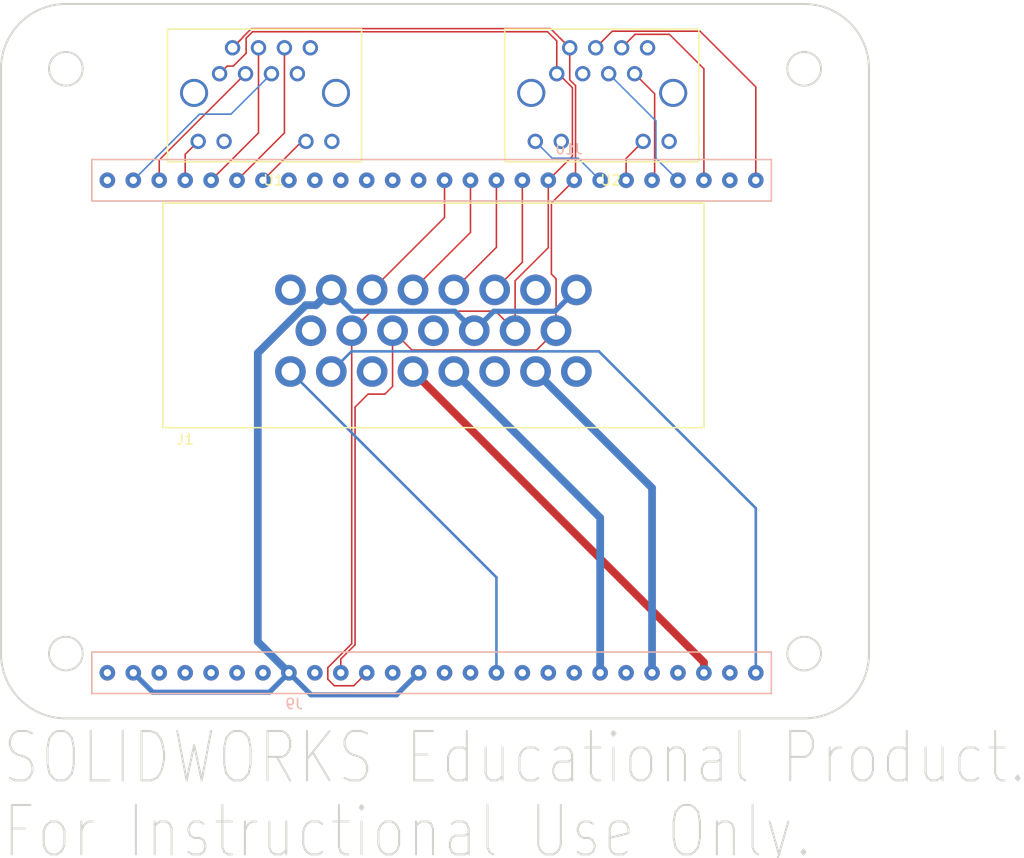
<source format=kicad_pcb>
(kicad_pcb (version 20171130) (host pcbnew 5.0.2-bee76a0~70~ubuntu16.04.1)

  (general
    (thickness 1.6)
    (drawings 14)
    (tracks 147)
    (zones 0)
    (modules 5)
    (nets 44)
  )

  (page A4)
  (layers
    (0 F.Cu signal)
    (1 In1.Cu signal hide)
    (2 In2.Cu signal)
    (31 B.Cu signal)
    (32 B.Adhes user)
    (33 F.Adhes user)
    (34 B.Paste user)
    (35 F.Paste user)
    (36 B.SilkS user)
    (37 F.SilkS user)
    (38 B.Mask user)
    (39 F.Mask user)
    (40 Dwgs.User user)
    (41 Cmts.User user)
    (42 Eco1.User user)
    (43 Eco2.User user)
    (44 Edge.Cuts user)
    (45 Margin user)
    (46 B.CrtYd user)
    (47 F.CrtYd user)
    (48 B.Fab user)
    (49 F.Fab user)
  )

  (setup
    (last_trace_width 0.254)
    (user_trace_width 0.1524)
    (user_trace_width 0.254)
    (user_trace_width 0.508)
    (user_trace_width 0.762)
    (trace_clearance 0.1524)
    (zone_clearance 0.508)
    (zone_45_only no)
    (trace_min 0.1524)
    (segment_width 0.2)
    (edge_width 0.15)
    (via_size 0.6096)
    (via_drill 0.3048)
    (via_min_size 0.6096)
    (via_min_drill 0.3048)
    (uvia_size 0.3)
    (uvia_drill 0.1)
    (uvias_allowed no)
    (uvia_min_size 0.2)
    (uvia_min_drill 0.1)
    (pcb_text_width 0.3)
    (pcb_text_size 1.5 1.5)
    (mod_edge_width 0.15)
    (mod_text_size 1 1)
    (mod_text_width 0.15)
    (pad_size 1.524 1.524)
    (pad_drill 0.762)
    (pad_to_mask_clearance 0.051)
    (solder_mask_min_width 0.25)
    (aux_axis_origin 0 0)
    (visible_elements FFFFFF7F)
    (pcbplotparams
      (layerselection 0x010fc_ffffffff)
      (usegerberextensions false)
      (usegerberattributes false)
      (usegerberadvancedattributes false)
      (creategerberjobfile false)
      (excludeedgelayer true)
      (linewidth 0.100000)
      (plotframeref false)
      (viasonmask false)
      (mode 1)
      (useauxorigin false)
      (hpglpennumber 1)
      (hpglpenspeed 20)
      (hpglpendiameter 15.000000)
      (psnegative false)
      (psa4output false)
      (plotreference true)
      (plotvalue true)
      (plotinvisibletext false)
      (padsonsilk false)
      (subtractmaskfromsilk false)
      (outputformat 1)
      (mirror false)
      (drillshape 1)
      (scaleselection 1)
      (outputdirectory ""))
  )

  (net 0 "")
  (net 1 /BSPD_Current_sense)
  (net 2 /Cooling_pressure_sense)
  (net 3 GND)
  (net 4 /12V)
  (net 5 /FAN_PWM)
  (net 6 /Shutdown_E-STOP)
  (net 7 /CAN_LOW)
  (net 8 /CAN_HIGH)
  (net 9 /Shutdown_Final)
  (net 10 /Shutdown_IMD)
  (net 11 /TSAL-_G)
  (net 12 /TSAL-_R)
  (net 13 /TSAL+_G)
  (net 14 /TSAL+_R)
  (net 15 /5V_AIR)
  (net 16 /MISO_AIR)
  (net 17 /MOSI_AIR)
  (net 18 /SCK_AIR)
  (net 19 /RESET_AIR)
  (net 20 /LED1_AIR)
  (net 21 /LED2_AIR)
  (net 22 /5V_BMS)
  (net 23 /MISO_BMS)
  (net 24 /MOSI_BMS)
  (net 25 /SCK_BMS)
  (net 26 /RESET_BMS)
  (net 27 /LED1_BMS)
  (net 28 /LED2_BMS)
  (net 29 "Net-(J9-Pad25)")
  (net 30 "Net-(J9-Pad6)")
  (net 31 "Net-(J9-Pad5)")
  (net 32 "Net-(J9-Pad21)")
  (net 33 "Net-(J9-Pad23)")
  (net 34 "Net-(J9-Pad14)")
  (net 35 "Net-(J9-Pad17)")
  (net 36 "Net-(J9-Pad15)")
  (net 37 "Net-(J9-Pad19)")
  (net 38 "Net-(J10-Pad19)")
  (net 39 "Net-(J10-Pad15)")
  (net 40 "Net-(J10-Pad16)")
  (net 41 "Net-(J10-Pad17)")
  (net 42 "Net-(J10-Pad18)")
  (net 43 "Net-(J10-Pad14)")

  (net_class Default "This is the default net class."
    (clearance 0.1524)
    (trace_width 0.1524)
    (via_dia 0.6096)
    (via_drill 0.3048)
    (uvia_dia 0.3)
    (uvia_drill 0.1)
    (add_net /12V)
    (add_net /5V_AIR)
    (add_net /5V_BMS)
    (add_net /BSPD_Current_sense)
    (add_net /CAN_HIGH)
    (add_net /CAN_LOW)
    (add_net /Cooling_pressure_sense)
    (add_net /FAN_PWM)
    (add_net /LED1_AIR)
    (add_net /LED1_BMS)
    (add_net /LED2_AIR)
    (add_net /LED2_BMS)
    (add_net /MISO_AIR)
    (add_net /MISO_BMS)
    (add_net /MOSI_AIR)
    (add_net /MOSI_BMS)
    (add_net /RESET_AIR)
    (add_net /RESET_BMS)
    (add_net /SCK_AIR)
    (add_net /SCK_BMS)
    (add_net /Shutdown_E-STOP)
    (add_net /Shutdown_Final)
    (add_net /Shutdown_IMD)
    (add_net /TSAL+_G)
    (add_net /TSAL+_R)
    (add_net /TSAL-_G)
    (add_net /TSAL-_R)
    (add_net GND)
    (add_net "Net-(J10-Pad14)")
    (add_net "Net-(J10-Pad15)")
    (add_net "Net-(J10-Pad16)")
    (add_net "Net-(J10-Pad17)")
    (add_net "Net-(J10-Pad18)")
    (add_net "Net-(J10-Pad19)")
    (add_net "Net-(J9-Pad14)")
    (add_net "Net-(J9-Pad15)")
    (add_net "Net-(J9-Pad17)")
    (add_net "Net-(J9-Pad19)")
    (add_net "Net-(J9-Pad21)")
    (add_net "Net-(J9-Pad23)")
    (add_net "Net-(J9-Pad25)")
    (add_net "Net-(J9-Pad5)")
    (add_net "Net-(J9-Pad6)")
  )

  (module footprints:Ampseal_23 (layer F.Cu) (tedit 5A7B7D60) (tstamp 5C81CB1C)
    (at 130.81 72.39)
    (path /5C7806F4)
    (fp_text reference J1 (at -3.81 10.16) (layer F.SilkS)
      (effects (font (size 1 1) (thickness 0.15)))
    )
    (fp_text value Ampseal_23_VT (at -1.524 -13.97) (layer F.Fab)
      (effects (font (size 1 1) (thickness 0.15)))
    )
    (fp_line (start -6 -13) (end 47 -13) (layer F.SilkS) (width 0.15))
    (fp_line (start 47 -13) (end 47 9) (layer F.SilkS) (width 0.15))
    (fp_line (start 47 9) (end -6 9) (layer F.SilkS) (width 0.15))
    (fp_line (start -6 9) (end -6 -13) (layer F.SilkS) (width 0.15))
    (pad "" np_thru_hole circle (at 41 0) (size 2.85 2.85) (drill 2.85) (layers *.Cu *.Mask))
    (pad "" np_thru_hole circle (at 45.7 6.8) (size 2 2) (drill 2) (layers *.Cu *.Mask))
    (pad "" np_thru_hole circle (at -4.7 6.8) (size 2 2) (drill 2) (layers *.Cu *.Mask))
    (pad "" np_thru_hole circle (at 44.2 -11.3) (size 2 2) (drill 2) (layers *.Cu *.Mask))
    (pad "" np_thru_hole circle (at -3.2 -11.3) (size 2 2) (drill 2) (layers *.Cu *.Mask))
    (pad 23 thru_hole circle (at 34.5 3.5) (size 3 3) (drill 1.75) (layers *.Cu *.Mask)
      (net 1 /BSPD_Current_sense))
    (pad 17 thru_hole circle (at 10.5 3.5) (size 3 3) (drill 1.75) (layers *.Cu *.Mask)
      (net 2 /Cooling_pressure_sense))
    (pad 18 thru_hole circle (at 14.5 3.5) (size 3 3) (drill 1.75) (layers *.Cu *.Mask)
      (net 3 GND))
    (pad 19 thru_hole circle (at 18.5 3.5) (size 3 3) (drill 1.75) (layers *.Cu *.Mask)
      (net 10 /Shutdown_IMD))
    (pad 20 thru_hole circle (at 22.5 3.5) (size 3 3) (drill 1.75) (layers *.Cu *.Mask)
      (net 9 /Shutdown_Final))
    (pad 21 thru_hole circle (at 26.5 3.5) (size 3 3) (drill 1.75) (layers *.Cu *.Mask)
      (net 5 /FAN_PWM))
    (pad 22 thru_hole circle (at 30.5 3.5) (size 3 3) (drill 1.75) (layers *.Cu *.Mask)
      (net 6 /Shutdown_E-STOP))
    (pad 10 thru_hole circle (at 12.5 -0.5) (size 3 3) (drill 1.75) (layers *.Cu *.Mask)
      (net 7 /CAN_LOW))
    (pad 11 thru_hole circle (at 16.5 -0.5) (size 3 3) (drill 1.75) (layers *.Cu *.Mask)
      (net 8 /CAN_HIGH))
    (pad 13 thru_hole circle (at 24.5 -0.5) (size 3 3) (drill 1.75) (layers *.Cu *.Mask)
      (net 4 /12V))
    (pad 12 thru_hole circle (at 20.5 -0.5) (size 3 3) (drill 1.75) (layers *.Cu *.Mask)
      (net 3 GND))
    (pad 14 thru_hole circle (at 28.5 -0.5) (size 3 3) (drill 1.75) (layers *.Cu *.Mask)
      (net 7 /CAN_LOW))
    (pad 15 thru_hole circle (at 32.5 -0.5) (size 3 3) (drill 1.75) (layers *.Cu *.Mask)
      (net 8 /CAN_HIGH))
    (pad 8 thru_hole circle (at 34.5 -4.5) (size 3 3) (drill 1.75) (layers *.Cu *.Mask)
      (net 4 /12V))
    (pad 7 thru_hole circle (at 30.5 -4.5) (size 3 3) (drill 1.75) (layers *.Cu *.Mask)
      (net 3 GND))
    (pad 6 thru_hole circle (at 26.5 -4.5) (size 3 3) (drill 1.75) (layers *.Cu *.Mask)
      (net 11 /TSAL-_G))
    (pad 4 thru_hole circle (at 18.5 -4.5) (size 3 3) (drill 1.75) (layers *.Cu *.Mask)
      (net 12 /TSAL-_R))
    (pad 5 thru_hole circle (at 22.5 -4.5) (size 3 3) (drill 1.75) (layers *.Cu *.Mask)
      (net 13 /TSAL+_G))
    (pad 3 thru_hole circle (at 14.5 -4.5) (size 3 3) (drill 1.75) (layers *.Cu *.Mask)
      (net 14 /TSAL+_R))
    (pad 2 thru_hole circle (at 10.5 -4.5) (size 3 3) (drill 1.75) (layers *.Cu *.Mask)
      (net 4 /12V))
    (pad 16 thru_hole circle (at 6.5 3.5) (size 3 3) (drill 1.75) (layers *.Cu *.Mask)
      (net 15 /5V_AIR))
    (pad 9 thru_hole circle (at 8.5 -0.5) (size 3 3) (drill 1.75) (layers *.Cu *.Mask)
      (net 3 GND))
    (pad 1 thru_hole circle (at 6.5 -4.5) (size 3 3) (drill 1.75) (layers *.Cu *.Mask)
      (net 3 GND))
    (pad "" np_thru_hole circle (at 0 0) (size 2.85 2.85) (drill 2.85) (layers *.Cu *.Mask))
  )

  (module footprints:RJ45-Vertical (layer F.Cu) (tedit 5A6A89D8) (tstamp 5C81CB9B)
    (at 128.27 53.34)
    (path /5C7809BA)
    (fp_text reference U1 (at 7.366 3.81) (layer F.SilkS)
      (effects (font (size 1 1) (thickness 0.15)))
    )
    (fp_text value RJ45_VT (at 6.4516 -13.0048) (layer F.Fab)
      (effects (font (size 1 1) (thickness 0.15)))
    )
    (fp_line (start 16 2) (end 16 0) (layer F.SilkS) (width 0.15))
    (fp_line (start -3 2) (end 16 2) (layer F.SilkS) (width 0.15))
    (fp_line (start -3 -11) (end -3 2) (layer F.SilkS) (width 0.15))
    (fp_line (start 16 -11) (end -3 -11) (layer F.SilkS) (width 0.15))
    (fp_line (start 16 0) (end 16 -11) (layer F.SilkS) (width 0.15))
    (pad 12 thru_hole circle (at 0 0) (size 1.5 1.5) (drill 0.95) (layers *.Cu *.Mask)
      (net 28 /LED2_BMS))
    (pad 11 thru_hole circle (at 2.54 0) (size 1.5 1.5) (drill 0.95) (layers *.Cu *.Mask)
      (net 3 GND))
    (pad 9 thru_hole circle (at 13.1 0) (size 1.5 1.5) (drill 0.95) (layers *.Cu *.Mask)
      (net 3 GND))
    (pad 10 thru_hole circle (at 10.56 0) (size 1.5 1.5) (drill 0.95) (layers *.Cu *.Mask)
      (net 27 /LED1_BMS))
    (pad 1 thru_hole circle (at 2.1 -6.63) (size 1.5 1.5) (drill 0.95) (layers *.Cu *.Mask)
      (net 7 /CAN_LOW))
    (pad 3 thru_hole circle (at 4.64 -6.63) (size 1.5 1.5) (drill 0.95) (layers *.Cu *.Mask)
      (net 26 /RESET_BMS))
    (pad 5 thru_hole circle (at 7.18 -6.63) (size 1.5 1.5) (drill 0.95) (layers *.Cu *.Mask)
      (net 23 /MISO_BMS))
    (pad 7 thru_hole circle (at 9.72 -6.63) (size 1.5 1.5) (drill 0.95) (layers *.Cu *.Mask)
      (net 22 /5V_BMS))
    (pad 2 thru_hole circle (at 3.37 -9.17) (size 1.5 1.5) (drill 0.95) (layers *.Cu *.Mask)
      (net 8 /CAN_HIGH))
    (pad 4 thru_hole circle (at 5.91 -9.17) (size 1.5 1.5) (drill 0.95) (layers *.Cu *.Mask)
      (net 25 /SCK_BMS))
    (pad 6 thru_hole circle (at 8.45 -9.17) (size 1.5 1.5) (drill 0.95) (layers *.Cu *.Mask F.Paste)
      (net 24 /MOSI_BMS))
    (pad 8 thru_hole circle (at 10.99 -9.17) (size 1.5 1.5) (drill 0.95) (layers *.Cu *.Mask)
      (net 3 GND))
    (pad 13 thru_hole circle (at -0.4 -4.75) (size 2.75 2.75) (drill 2.18) (layers *.Cu *.Mask)
      (net 3 GND))
    (pad 14 thru_hole circle (at 13.5 -4.75) (size 2.75 2.75) (drill 2.18) (layers *.Cu *.Mask)
      (net 3 GND))
  )

  (module footprints:RJ45-Vertical (layer F.Cu) (tedit 5A6A89D8) (tstamp 5C81CBB2)
    (at 161.29 53.34)
    (path /5C782D7E)
    (fp_text reference U2 (at 7.366 3.81) (layer F.SilkS)
      (effects (font (size 1 1) (thickness 0.15)))
    )
    (fp_text value RJ45_VT (at 6.4516 -13.0048) (layer F.Fab)
      (effects (font (size 1 1) (thickness 0.15)))
    )
    (fp_line (start 16 0) (end 16 -11) (layer F.SilkS) (width 0.15))
    (fp_line (start 16 -11) (end -3 -11) (layer F.SilkS) (width 0.15))
    (fp_line (start -3 -11) (end -3 2) (layer F.SilkS) (width 0.15))
    (fp_line (start -3 2) (end 16 2) (layer F.SilkS) (width 0.15))
    (fp_line (start 16 2) (end 16 0) (layer F.SilkS) (width 0.15))
    (pad 14 thru_hole circle (at 13.5 -4.75) (size 2.75 2.75) (drill 2.18) (layers *.Cu *.Mask)
      (net 3 GND))
    (pad 13 thru_hole circle (at -0.4 -4.75) (size 2.75 2.75) (drill 2.18) (layers *.Cu *.Mask)
      (net 3 GND))
    (pad 8 thru_hole circle (at 10.99 -9.17) (size 1.5 1.5) (drill 0.95) (layers *.Cu *.Mask)
      (net 3 GND))
    (pad 6 thru_hole circle (at 8.45 -9.17) (size 1.5 1.5) (drill 0.95) (layers *.Cu *.Mask F.Paste)
      (net 17 /MOSI_AIR))
    (pad 4 thru_hole circle (at 5.91 -9.17) (size 1.5 1.5) (drill 0.95) (layers *.Cu *.Mask)
      (net 18 /SCK_AIR))
    (pad 2 thru_hole circle (at 3.37 -9.17) (size 1.5 1.5) (drill 0.95) (layers *.Cu *.Mask)
      (net 8 /CAN_HIGH))
    (pad 7 thru_hole circle (at 9.72 -6.63) (size 1.5 1.5) (drill 0.95) (layers *.Cu *.Mask)
      (net 15 /5V_AIR))
    (pad 5 thru_hole circle (at 7.18 -6.63) (size 1.5 1.5) (drill 0.95) (layers *.Cu *.Mask)
      (net 16 /MISO_AIR))
    (pad 3 thru_hole circle (at 4.64 -6.63) (size 1.5 1.5) (drill 0.95) (layers *.Cu *.Mask)
      (net 19 /RESET_AIR))
    (pad 1 thru_hole circle (at 2.1 -6.63) (size 1.5 1.5) (drill 0.95) (layers *.Cu *.Mask)
      (net 7 /CAN_LOW))
    (pad 10 thru_hole circle (at 10.56 0) (size 1.5 1.5) (drill 0.95) (layers *.Cu *.Mask)
      (net 20 /LED1_AIR))
    (pad 9 thru_hole circle (at 13.1 0) (size 1.5 1.5) (drill 0.95) (layers *.Cu *.Mask)
      (net 3 GND))
    (pad 11 thru_hole circle (at 2.54 0) (size 1.5 1.5) (drill 0.95) (layers *.Cu *.Mask)
      (net 3 GND))
    (pad 12 thru_hole circle (at 0 0) (size 1.5 1.5) (drill 0.95) (layers *.Cu *.Mask)
      (net 21 /LED2_AIR))
  )

  (module footprints:26pos_screwsocket_.1in (layer B.Cu) (tedit 5C9A4FB4) (tstamp 5C9A6592)
    (at 119.38 105.41)
    (path /5C9AC5C6)
    (fp_text reference J9 (at 18.288 3.048 -180) (layer B.SilkS)
      (effects (font (size 1 1) (thickness 0.15)) (justify mirror))
    )
    (fp_text value SS-126-G-2 (at 7.112 3.556) (layer B.Fab)
      (effects (font (size 1 1) (thickness 0.15)) (justify mirror))
    )
    (fp_line (start 65.024 2.032) (end 65.024 -2.032) (layer B.SilkS) (width 0.15))
    (fp_line (start 65.024 2.032) (end -1.524 2.032) (layer B.SilkS) (width 0.15))
    (fp_line (start -1.524 -2.032) (end 65.024 -2.032) (layer B.SilkS) (width 0.15))
    (fp_line (start -1.524 2.032) (end -1.524 -2.032) (layer B.SilkS) (width 0.15))
    (pad 21 thru_hole circle (at 50.8 0) (size 1.524 1.524) (drill 0.71) (layers *.Cu *.Mask)
      (net 32 "Net-(J9-Pad21)"))
    (pad 26 thru_hole circle (at 63.5 0) (size 1.524 1.524) (drill 0.71) (layers *.Cu *.Mask)
      (net 2 /Cooling_pressure_sense))
    (pad 25 thru_hole circle (at 60.96 0) (size 1.524 1.524) (drill 0.71) (layers *.Cu *.Mask)
      (net 29 "Net-(J9-Pad25)"))
    (pad 23 thru_hole circle (at 55.88 0) (size 1.524 1.524) (drill 0.71) (layers *.Cu *.Mask)
      (net 33 "Net-(J9-Pad23)"))
    (pad 22 thru_hole circle (at 53.34 0) (size 1.524 1.524) (drill 0.71) (layers *.Cu *.Mask)
      (net 6 /Shutdown_E-STOP))
    (pad 24 thru_hole circle (at 58.42 0 270) (size 1.524 1.524) (drill 0.71) (layers *.Cu *.Mask)
      (net 10 /Shutdown_IMD))
    (pad 12 thru_hole circle (at 27.94 0) (size 1.524 1.524) (drill 0.71) (layers *.Cu *.Mask)
      (net 3 GND))
    (pad 14 thru_hole circle (at 33.02 0) (size 1.524 1.524) (drill 0.71) (layers *.Cu *.Mask)
      (net 34 "Net-(J9-Pad14)"))
    (pad 18 thru_hole circle (at 43.18 0 270) (size 1.524 1.524) (drill 0.71) (layers *.Cu *.Mask)
      (net 3 GND))
    (pad 17 thru_hole circle (at 40.64 0) (size 1.524 1.524) (drill 0.71) (layers *.Cu *.Mask)
      (net 35 "Net-(J9-Pad17)"))
    (pad 16 thru_hole circle (at 38.1 0) (size 1.524 1.524) (drill 0.71) (layers *.Cu *.Mask)
      (net 15 /5V_AIR))
    (pad 11 thru_hole circle (at 25.4 0) (size 1.524 1.524) (drill 0.71) (layers *.Cu *.Mask)
      (net 7 /CAN_LOW))
    (pad 15 thru_hole circle (at 35.56 0) (size 1.524 1.524) (drill 0.71) (layers *.Cu *.Mask)
      (net 36 "Net-(J9-Pad15)"))
    (pad 20 thru_hole circle (at 48.26 0) (size 1.524 1.524) (drill 0.71) (layers *.Cu *.Mask)
      (net 9 /Shutdown_Final))
    (pad 13 thru_hole circle (at 30.48 0) (size 1.524 1.524) (drill 0.71) (layers *.Cu *.Mask)
      (net 4 /12V))
    (pad 19 thru_hole circle (at 45.72 0) (size 1.524 1.524) (drill 0.71) (layers *.Cu *.Mask)
      (net 37 "Net-(J9-Pad19)"))
    (pad 7 thru_hole circle (at 15.24 0) (size 1.524 1.524) (drill 0.71) (layers *.Cu *.Mask)
      (net 3 GND))
    (pad 9 thru_hole circle (at 20.32 0) (size 1.524 1.524) (drill 0.71) (layers *.Cu *.Mask)
      (net 3 GND))
    (pad 6 thru_hole circle (at 12.7 0) (size 1.524 1.524) (drill 0.71) (layers *.Cu *.Mask)
      (net 30 "Net-(J9-Pad6)"))
    (pad 10 thru_hole circle (at 22.86 0) (size 1.524 1.524) (drill 0.71) (layers *.Cu *.Mask)
      (net 8 /CAN_HIGH))
    (pad 8 thru_hole circle (at 17.78 0 270) (size 1.524 1.524) (drill 0.71) (layers *.Cu *.Mask)
      (net 4 /12V))
    (pad 5 thru_hole circle (at 10.16 0) (size 1.524 1.524) (drill 0.71) (layers *.Cu *.Mask)
      (net 31 "Net-(J9-Pad5)"))
    (pad 4 thru_hole circle (at 7.62 0) (size 1.524 1.524) (drill 0.71) (layers *.Cu *.Mask)
      (net 1 /BSPD_Current_sense))
    (pad 3 thru_hole circle (at 5.08 0) (size 1.524 1.524) (drill 0.71) (layers *.Cu *.Mask)
      (net 5 /FAN_PWM))
    (pad 2 thru_hole circle (at 2.54 0) (size 1.524 1.524) (drill 0.71) (layers *.Cu *.Mask)
      (net 4 /12V))
    (pad 1 thru_hole circle (at 0 0) (size 1.524 1.524) (drill 0.71) (layers *.Cu *.Mask)
      (net 3 GND))
  )

  (module footprints:26pos_screwsocket_.1in (layer B.Cu) (tedit 5C9A4FB4) (tstamp 5C9A65B4)
    (at 182.88 57.15 180)
    (path /5C9AC5BC)
    (fp_text reference J10 (at 18.288 3.048) (layer B.SilkS)
      (effects (font (size 1 1) (thickness 0.15)) (justify mirror))
    )
    (fp_text value SS-126-G-2 (at 7.112 3.556 180) (layer B.Fab)
      (effects (font (size 1 1) (thickness 0.15)) (justify mirror))
    )
    (fp_line (start -1.524 2.032) (end -1.524 -2.032) (layer B.SilkS) (width 0.15))
    (fp_line (start -1.524 -2.032) (end 65.024 -2.032) (layer B.SilkS) (width 0.15))
    (fp_line (start 65.024 2.032) (end -1.524 2.032) (layer B.SilkS) (width 0.15))
    (fp_line (start 65.024 2.032) (end 65.024 -2.032) (layer B.SilkS) (width 0.15))
    (pad 1 thru_hole circle (at 0 0 180) (size 1.524 1.524) (drill 0.71) (layers *.Cu *.Mask)
      (net 18 /SCK_AIR))
    (pad 2 thru_hole circle (at 2.54 0 180) (size 1.524 1.524) (drill 0.71) (layers *.Cu *.Mask)
      (net 19 /RESET_AIR))
    (pad 3 thru_hole circle (at 5.08 0 180) (size 1.524 1.524) (drill 0.71) (layers *.Cu *.Mask)
      (net 17 /MOSI_AIR))
    (pad 4 thru_hole circle (at 7.62 0 180) (size 1.524 1.524) (drill 0.71) (layers *.Cu *.Mask)
      (net 16 /MISO_AIR))
    (pad 5 thru_hole circle (at 10.16 0 180) (size 1.524 1.524) (drill 0.71) (layers *.Cu *.Mask)
      (net 15 /5V_AIR))
    (pad 8 thru_hole circle (at 17.78 0 90) (size 1.524 1.524) (drill 0.71) (layers *.Cu *.Mask)
      (net 8 /CAN_HIGH))
    (pad 10 thru_hole circle (at 22.86 0 180) (size 1.524 1.524) (drill 0.71) (layers *.Cu *.Mask)
      (net 11 /TSAL-_G))
    (pad 6 thru_hole circle (at 12.7 0 180) (size 1.524 1.524) (drill 0.71) (layers *.Cu *.Mask)
      (net 20 /LED1_AIR))
    (pad 9 thru_hole circle (at 20.32 0 180) (size 1.524 1.524) (drill 0.71) (layers *.Cu *.Mask)
      (net 7 /CAN_LOW))
    (pad 7 thru_hole circle (at 15.24 0 180) (size 1.524 1.524) (drill 0.71) (layers *.Cu *.Mask)
      (net 21 /LED2_AIR))
    (pad 19 thru_hole circle (at 45.72 0 180) (size 1.524 1.524) (drill 0.71) (layers *.Cu *.Mask)
      (net 38 "Net-(J10-Pad19)"))
    (pad 13 thru_hole circle (at 30.48 0 180) (size 1.524 1.524) (drill 0.71) (layers *.Cu *.Mask)
      (net 14 /TSAL+_R))
    (pad 20 thru_hole circle (at 48.26 0 180) (size 1.524 1.524) (drill 0.71) (layers *.Cu *.Mask)
      (net 27 /LED1_BMS))
    (pad 15 thru_hole circle (at 35.56 0 180) (size 1.524 1.524) (drill 0.71) (layers *.Cu *.Mask)
      (net 39 "Net-(J10-Pad15)"))
    (pad 11 thru_hole circle (at 25.4 0 180) (size 1.524 1.524) (drill 0.71) (layers *.Cu *.Mask)
      (net 13 /TSAL+_G))
    (pad 16 thru_hole circle (at 38.1 0 180) (size 1.524 1.524) (drill 0.71) (layers *.Cu *.Mask)
      (net 40 "Net-(J10-Pad16)"))
    (pad 17 thru_hole circle (at 40.64 0 180) (size 1.524 1.524) (drill 0.71) (layers *.Cu *.Mask)
      (net 41 "Net-(J10-Pad17)"))
    (pad 18 thru_hole circle (at 43.18 0 90) (size 1.524 1.524) (drill 0.71) (layers *.Cu *.Mask)
      (net 42 "Net-(J10-Pad18)"))
    (pad 14 thru_hole circle (at 33.02 0 180) (size 1.524 1.524) (drill 0.71) (layers *.Cu *.Mask)
      (net 43 "Net-(J10-Pad14)"))
    (pad 12 thru_hole circle (at 27.94 0 180) (size 1.524 1.524) (drill 0.71) (layers *.Cu *.Mask)
      (net 12 /TSAL-_R))
    (pad 24 thru_hole circle (at 58.42 0 90) (size 1.524 1.524) (drill 0.71) (layers *.Cu *.Mask)
      (net 26 /RESET_BMS))
    (pad 22 thru_hole circle (at 53.34 0 180) (size 1.524 1.524) (drill 0.71) (layers *.Cu *.Mask)
      (net 25 /SCK_BMS))
    (pad 23 thru_hole circle (at 55.88 0 180) (size 1.524 1.524) (drill 0.71) (layers *.Cu *.Mask)
      (net 28 /LED2_BMS))
    (pad 25 thru_hole circle (at 60.96 0 180) (size 1.524 1.524) (drill 0.71) (layers *.Cu *.Mask)
      (net 23 /MISO_BMS))
    (pad 26 thru_hole circle (at 63.5 0 180) (size 1.524 1.524) (drill 0.71) (layers *.Cu *.Mask)
      (net 22 /5V_BMS))
    (pad 21 thru_hole circle (at 50.8 0 180) (size 1.524 1.524) (drill 0.71) (layers *.Cu *.Mask)
      (net 24 /MOSI_BMS))
  )

  (gr_arc (start 187.616 103.528) (end 187.616 109.878) (angle -90) (layer Edge.Cuts) (width 0.2))
  (gr_arc (start 115.316 46.228) (end 115.316 39.878) (angle -90) (layer Edge.Cuts) (width 0.2))
  (gr_line (start 115.316 39.878) (end 187.616 39.878) (layer Edge.Cuts) (width 0.2))
  (gr_arc (start 115.316 103.528) (end 108.966 103.528) (angle -90) (layer Edge.Cuts) (width 0.2))
  (gr_line (start 108.966 103.528) (end 108.966 46.228) (layer Edge.Cuts) (width 0.2))
  (gr_text "SOLIDWORKS Educational Product." (at 108.966 110.897566) (layer Edge.Cuts)
    (effects (font (size 4.83362 3.866896) (thickness 0.2)) (justify left top))
  )
  (gr_circle (center 187.616 103.528) (end 189.267 103.528) (layer Edge.Cuts) (width 0.2))
  (gr_circle (center 115.316 103.528) (end 116.967 103.528) (layer Edge.Cuts) (width 0.2))
  (gr_line (start 187.616 109.878) (end 115.316 109.878) (layer Edge.Cuts) (width 0.2))
  (gr_text "For Instructional Use Only." (at 108.966 118.147996) (layer Edge.Cuts)
    (effects (font (size 4.83362 3.866896) (thickness 0.2)) (justify left top))
  )
  (gr_arc (start 187.616 46.228) (end 193.966 46.228) (angle -90) (layer Edge.Cuts) (width 0.2))
  (gr_line (start 193.966 46.228) (end 193.966 103.528) (layer Edge.Cuts) (width 0.2))
  (gr_circle (center 187.616 46.228) (end 189.267 46.228) (layer Edge.Cuts) (width 0.2))
  (gr_circle (center 115.316 46.228) (end 116.967 46.228) (layer Edge.Cuts) (width 0.2))

  (segment (start 127 105.41) (end 133.731 98.679) (width 0.254) (layer In2.Cu) (net 1))
  (segment (start 142.521 98.679) (end 165.31 75.89) (width 0.254) (layer In2.Cu) (net 1))
  (segment (start 133.731 98.679) (end 142.521 98.679) (width 0.254) (layer In2.Cu) (net 1))
  (segment (start 182.88 89.281) (end 182.88 105.41) (width 0.254) (layer B.Cu) (net 2))
  (segment (start 167.513 73.914) (end 182.88 89.281) (width 0.254) (layer B.Cu) (net 2))
  (segment (start 143.286 73.914) (end 167.513 73.914) (width 0.254) (layer B.Cu) (net 2))
  (segment (start 141.31 75.89) (end 143.286 73.914) (width 0.254) (layer B.Cu) (net 2))
  (segment (start 149.86 105.41) (end 147.701 107.569) (width 0.508) (layer B.Cu) (net 4))
  (segment (start 139.319 107.569) (end 137.16 105.41) (width 0.508) (layer B.Cu) (net 4))
  (segment (start 147.701 107.569) (end 139.319 107.569) (width 0.508) (layer B.Cu) (net 4))
  (segment (start 137.16 105.41) (end 135.255 107.315) (width 0.508) (layer B.Cu) (net 4))
  (segment (start 123.825 107.315) (end 121.92 105.41) (width 0.508) (layer B.Cu) (net 4))
  (segment (start 135.255 107.315) (end 123.825 107.315) (width 0.508) (layer B.Cu) (net 4))
  (segment (start 153.810001 70.390001) (end 155.31 71.89) (width 0.508) (layer B.Cu) (net 4))
  (segment (start 153.403599 69.983599) (end 153.810001 70.390001) (width 0.508) (layer B.Cu) (net 4))
  (segment (start 143.403599 69.983599) (end 153.403599 69.983599) (width 0.508) (layer B.Cu) (net 4))
  (segment (start 141.31 67.89) (end 143.403599 69.983599) (width 0.508) (layer B.Cu) (net 4))
  (segment (start 163.810001 69.389999) (end 165.31 67.89) (width 0.508) (layer B.Cu) (net 4))
  (segment (start 163.216401 69.983599) (end 163.810001 69.389999) (width 0.508) (layer B.Cu) (net 4))
  (segment (start 157.216401 69.983599) (end 163.216401 69.983599) (width 0.508) (layer B.Cu) (net 4))
  (segment (start 155.31 71.89) (end 157.216401 69.983599) (width 0.508) (layer B.Cu) (net 4))
  (segment (start 137.16 105.41) (end 134.112 102.362) (width 0.762) (layer B.Cu) (net 4))
  (segment (start 138.800567 69.389999) (end 139.810001 69.389999) (width 0.762) (layer B.Cu) (net 4))
  (segment (start 139.810001 69.389999) (end 141.31 67.89) (width 0.762) (layer B.Cu) (net 4))
  (segment (start 134.112 74.078566) (end 138.800567 69.389999) (width 0.762) (layer B.Cu) (net 4))
  (segment (start 134.112 102.362) (end 134.112 74.078566) (width 0.762) (layer B.Cu) (net 4))
  (segment (start 155.810001 77.389999) (end 157.31 75.89) (width 0.254) (layer In2.Cu) (net 5))
  (segment (start 135.918 97.282) (end 155.810001 77.389999) (width 0.254) (layer In2.Cu) (net 5))
  (segment (start 132.588 97.282) (end 135.918 97.282) (width 0.254) (layer In2.Cu) (net 5))
  (segment (start 124.46 105.41) (end 132.588 97.282) (width 0.254) (layer In2.Cu) (net 5))
  (segment (start 172.72 87.3) (end 161.31 75.89) (width 0.762) (layer B.Cu) (net 6))
  (segment (start 172.72 105.41) (end 172.72 87.3) (width 0.762) (layer B.Cu) (net 6))
  (segment (start 144.78 105.41) (end 143.51 106.68) (width 0.1524) (layer F.Cu) (net 7))
  (segment (start 143.51 106.68) (end 141.605 106.68) (width 0.1524) (layer F.Cu) (net 7))
  (segment (start 141.605 106.68) (end 140.97 106.045) (width 0.1524) (layer F.Cu) (net 7))
  (segment (start 140.97 106.045) (end 140.97 104.902) (width 0.1524) (layer F.Cu) (net 7))
  (segment (start 143.31 102.562) (end 143.31 71.89) (width 0.1524) (layer F.Cu) (net 7))
  (segment (start 140.97 104.902) (end 143.31 102.562) (width 0.1524) (layer F.Cu) (net 7))
  (segment (start 143.31 71.89) (end 145.223 69.977) (width 0.1524) (layer F.Cu) (net 7))
  (segment (start 157.397 69.977) (end 159.31 71.89) (width 0.1524) (layer F.Cu) (net 7))
  (segment (start 145.223 69.977) (end 157.397 69.977) (width 0.1524) (layer F.Cu) (net 7))
  (segment (start 162.56 63.754) (end 162.56 57.15) (width 0.1524) (layer F.Cu) (net 7))
  (segment (start 159.31 67.004) (end 162.56 63.754) (width 0.1524) (layer F.Cu) (net 7))
  (segment (start 159.31 71.89) (end 159.31 67.004) (width 0.1524) (layer F.Cu) (net 7))
  (segment (start 164.92219 54.78781) (end 162.56 57.15) (width 0.1524) (layer F.Cu) (net 7))
  (segment (start 164.92219 48.133) (end 164.92219 54.78781) (width 0.1524) (layer F.Cu) (net 7))
  (segment (start 163.55 46.71) (end 163.39 46.71) (width 0.1524) (layer F.Cu) (net 7))
  (segment (start 164.92219 48.08219) (end 163.55 46.71) (width 0.1524) (layer F.Cu) (net 7))
  (segment (start 164.92219 48.133) (end 164.92219 48.08219) (width 0.1524) (layer F.Cu) (net 7))
  (segment (start 163.39 43.502) (end 163.39 46.71) (width 0.1524) (layer F.Cu) (net 7))
  (segment (start 162.48381 42.59581) (end 163.39 43.502) (width 0.1524) (layer F.Cu) (net 7))
  (segment (start 132.969 43.230066) (end 133.603256 42.59581) (width 0.1524) (layer F.Cu) (net 7))
  (segment (start 130.37 46.71) (end 131.119999 45.960001) (width 0.1524) (layer F.Cu) (net 7))
  (segment (start 131.712999 45.960001) (end 132.969 44.704) (width 0.1524) (layer F.Cu) (net 7))
  (segment (start 133.603256 42.59581) (end 162.48381 42.59581) (width 0.1524) (layer F.Cu) (net 7))
  (segment (start 131.119999 45.960001) (end 131.712999 45.960001) (width 0.1524) (layer F.Cu) (net 7))
  (segment (start 132.969 44.704) (end 132.969 43.230066) (width 0.1524) (layer F.Cu) (net 7))
  (segment (start 147.31 71.89) (end 149.207 73.787) (width 0.1524) (layer F.Cu) (net 8))
  (segment (start 161.413 73.787) (end 163.31 71.89) (width 0.1524) (layer F.Cu) (net 8))
  (segment (start 149.207 73.787) (end 161.413 73.787) (width 0.1524) (layer F.Cu) (net 8))
  (segment (start 147.31 77.353) (end 147.31 71.89) (width 0.1524) (layer F.Cu) (net 8))
  (segment (start 146.558 78.105) (end 147.31 77.353) (width 0.1524) (layer F.Cu) (net 8))
  (segment (start 144.907 78.105) (end 146.558 78.105) (width 0.1524) (layer F.Cu) (net 8))
  (segment (start 142.24 105.41) (end 142.24 104.063066) (width 0.1524) (layer F.Cu) (net 8))
  (segment (start 142.24 104.063066) (end 143.637 102.666066) (width 0.1524) (layer F.Cu) (net 8))
  (segment (start 143.637 102.666066) (end 143.637 79.375) (width 0.1524) (layer F.Cu) (net 8))
  (segment (start 143.637 79.375) (end 144.907 78.105) (width 0.1524) (layer F.Cu) (net 8))
  (segment (start 162.86481 59.38519) (end 163.068 59.182) (width 0.1524) (layer F.Cu) (net 8))
  (segment (start 162.86481 66.34481) (end 162.86481 59.38519) (width 0.1524) (layer F.Cu) (net 8))
  (segment (start 163.31 71.89) (end 163.31 69.76868) (width 0.1524) (layer F.Cu) (net 8))
  (segment (start 163.068 59.182) (end 165.1 57.15) (width 0.1524) (layer F.Cu) (net 8))
  (segment (start 163.31 69.76868) (end 163.322 69.75668) (width 0.1524) (layer F.Cu) (net 8))
  (segment (start 163.322 69.75668) (end 163.322 66.802) (width 0.1524) (layer F.Cu) (net 8))
  (segment (start 163.322 66.802) (end 162.86481 66.34481) (width 0.1524) (layer F.Cu) (net 8))
  (segment (start 165.1 57.15) (end 165.1 56.515) (width 0.1524) (layer F.Cu) (net 8))
  (segment (start 165.1 56.515) (end 165.227 56.388) (width 0.1524) (layer F.Cu) (net 8))
  (segment (start 165.227 56.388) (end 165.227 47.879) (width 0.1524) (layer F.Cu) (net 8))
  (segment (start 164.66 47.312) (end 164.66 44.17) (width 0.1524) (layer F.Cu) (net 8))
  (segment (start 165.227 47.879) (end 164.66 47.312) (width 0.1524) (layer F.Cu) (net 8))
  (segment (start 163.910001 43.420001) (end 164.66 44.17) (width 0.1524) (layer F.Cu) (net 8))
  (segment (start 163.681399 43.191399) (end 163.910001 43.420001) (width 0.1524) (layer F.Cu) (net 8))
  (segment (start 131.64 44.17) (end 132.618601 43.191399) (width 0.1524) (layer F.Cu) (net 8))
  (segment (start 131.64 44.17) (end 132.389999 43.420001) (width 0.1524) (layer F.Cu) (net 8))
  (segment (start 132.618601 43.191399) (end 132.618601 43.149399) (width 0.1524) (layer F.Cu) (net 8))
  (segment (start 132.618601 43.149399) (end 133.477 42.291) (width 0.1524) (layer F.Cu) (net 8))
  (segment (start 162.781 42.291) (end 164.66 44.17) (width 0.1524) (layer F.Cu) (net 8))
  (segment (start 133.477 42.291) (end 162.781 42.291) (width 0.1524) (layer F.Cu) (net 8))
  (segment (start 167.64 90.22) (end 167.64 105.41) (width 0.762) (layer B.Cu) (net 9))
  (segment (start 153.31 75.89) (end 167.64 90.22) (width 0.762) (layer B.Cu) (net 9))
  (segment (start 177.8 104.38) (end 177.8 105.41) (width 0.762) (layer F.Cu) (net 10))
  (segment (start 149.31 75.89) (end 177.8 104.38) (width 0.762) (layer F.Cu) (net 10))
  (segment (start 160.02 65.18) (end 160.02 57.15) (width 0.1524) (layer F.Cu) (net 11))
  (segment (start 157.31 67.89) (end 160.02 65.18) (width 0.1524) (layer F.Cu) (net 11))
  (segment (start 154.94 62.26) (end 149.31 67.89) (width 0.1524) (layer F.Cu) (net 12))
  (segment (start 154.94 57.15) (end 154.94 62.26) (width 0.1524) (layer F.Cu) (net 12))
  (segment (start 157.48 63.72) (end 157.48 57.15) (width 0.1524) (layer F.Cu) (net 13))
  (segment (start 153.31 67.89) (end 157.48 63.72) (width 0.1524) (layer F.Cu) (net 13))
  (segment (start 152.4 60.8) (end 145.31 67.89) (width 0.1524) (layer F.Cu) (net 14))
  (segment (start 152.4 57.15) (end 152.4 60.8) (width 0.1524) (layer F.Cu) (net 14))
  (segment (start 171.759999 47.459999) (end 171.01 46.71) (width 0.1524) (layer F.Cu) (net 15))
  (segment (start 172.72 56.642) (end 172.974 56.388) (width 0.1524) (layer F.Cu) (net 15))
  (segment (start 172.974 48.674) (end 171.759999 47.459999) (width 0.1524) (layer F.Cu) (net 15))
  (segment (start 172.72 57.15) (end 172.72 56.642) (width 0.1524) (layer F.Cu) (net 15))
  (segment (start 172.974 56.388) (end 172.974 48.674) (width 0.1524) (layer F.Cu) (net 15))
  (segment (start 157.48 96.06) (end 137.31 75.89) (width 0.254) (layer B.Cu) (net 15))
  (segment (start 157.48 105.41) (end 157.48 96.06) (width 0.254) (layer B.Cu) (net 15))
  (segment (start 137.31 75.89) (end 133.858 72.438) (width 0.254) (layer In2.Cu) (net 15))
  (segment (start 133.858 72.438) (end 133.858 66.548) (width 0.254) (layer In2.Cu) (net 15))
  (segment (start 133.858 66.548) (end 138.303 62.103) (width 0.254) (layer In2.Cu) (net 15))
  (segment (start 167.767 62.103) (end 172.72 57.15) (width 0.254) (layer In2.Cu) (net 15))
  (segment (start 138.303 62.103) (end 167.767 62.103) (width 0.254) (layer In2.Cu) (net 15))
  (segment (start 173.101 51.341) (end 168.47 46.71) (width 0.1524) (layer B.Cu) (net 16))
  (segment (start 173.101 54.991) (end 173.101 51.341) (width 0.1524) (layer B.Cu) (net 16))
  (segment (start 175.26 57.15) (end 173.101 54.991) (width 0.1524) (layer B.Cu) (net 16))
  (segment (start 169.74 44.17) (end 171.06019 42.84981) (width 0.1524) (layer F.Cu) (net 17))
  (segment (start 171.06019 42.84981) (end 174.42181 42.84981) (width 0.1524) (layer F.Cu) (net 17))
  (segment (start 177.8 46.228) (end 177.8 57.15) (width 0.1524) (layer F.Cu) (net 17))
  (segment (start 174.42181 42.84981) (end 177.8 46.228) (width 0.1524) (layer F.Cu) (net 17))
  (segment (start 177.419 42.545) (end 182.88 48.006) (width 0.1524) (layer F.Cu) (net 18))
  (segment (start 168.825 42.545) (end 177.419 42.545) (width 0.1524) (layer F.Cu) (net 18))
  (segment (start 182.88 48.006) (end 182.88 57.15) (width 0.1524) (layer F.Cu) (net 18))
  (segment (start 167.2 44.17) (end 168.825 42.545) (width 0.1524) (layer F.Cu) (net 18))
  (segment (start 180.34 57.15) (end 174.117 50.927) (width 0.1524) (layer In2.Cu) (net 19))
  (segment (start 170.147 50.927) (end 165.93 46.71) (width 0.1524) (layer In2.Cu) (net 19))
  (segment (start 174.117 50.927) (end 170.147 50.927) (width 0.1524) (layer In2.Cu) (net 19))
  (segment (start 170.18 55.01) (end 171.85 53.34) (width 0.1524) (layer F.Cu) (net 20))
  (segment (start 170.18 57.15) (end 170.18 55.01) (width 0.1524) (layer F.Cu) (net 20))
  (segment (start 167.64 57.15) (end 165.481 54.991) (width 0.1524) (layer B.Cu) (net 21))
  (segment (start 162.941 54.991) (end 161.29 53.34) (width 0.1524) (layer B.Cu) (net 21))
  (segment (start 165.481 54.991) (end 162.941 54.991) (width 0.1524) (layer B.Cu) (net 21))
  (segment (start 133.138 51.562) (end 137.99 46.71) (width 0.1524) (layer In2.Cu) (net 22))
  (segment (start 124.968 51.562) (end 133.138 51.562) (width 0.1524) (layer In2.Cu) (net 22))
  (segment (start 119.38 57.15) (end 124.968 51.562) (width 0.1524) (layer In2.Cu) (net 22))
  (segment (start 128.397 50.673) (end 131.487 50.673) (width 0.1524) (layer B.Cu) (net 23))
  (segment (start 134.700001 47.459999) (end 135.45 46.71) (width 0.1524) (layer B.Cu) (net 23))
  (segment (start 131.487 50.673) (end 134.700001 47.459999) (width 0.1524) (layer B.Cu) (net 23))
  (segment (start 121.92 57.15) (end 128.397 50.673) (width 0.1524) (layer B.Cu) (net 23))
  (segment (start 136.72 52.51) (end 136.72 44.17) (width 0.1524) (layer F.Cu) (net 24))
  (segment (start 132.08 57.15) (end 136.72 52.51) (width 0.1524) (layer F.Cu) (net 24))
  (segment (start 134.18 52.51) (end 134.18 44.17) (width 0.1524) (layer F.Cu) (net 25))
  (segment (start 129.54 57.15) (end 134.18 52.51) (width 0.1524) (layer F.Cu) (net 25))
  (segment (start 124.46 55.16) (end 132.91 46.71) (width 0.1524) (layer F.Cu) (net 26))
  (segment (start 124.46 57.15) (end 124.46 55.16) (width 0.1524) (layer F.Cu) (net 26))
  (segment (start 138.43 53.34) (end 138.83 53.34) (width 0.1524) (layer F.Cu) (net 27))
  (segment (start 134.62 57.15) (end 138.43 53.34) (width 0.1524) (layer F.Cu) (net 27))
  (segment (start 127 54.61) (end 128.27 53.34) (width 0.1524) (layer F.Cu) (net 28))
  (segment (start 127 57.15) (end 127 54.61) (width 0.1524) (layer F.Cu) (net 28))

  (zone (net 3) (net_name GND) (layer In1.Cu) (tstamp 0) (hatch edge 0.508)
    (connect_pads (clearance 0.508))
    (min_thickness 0.254)
    (fill yes (arc_segments 16) (thermal_gap 0.508) (thermal_bridge_width 0.508))
    (polygon
      (pts
        (xy 118.11 41.91) (xy 118.11 107.95) (xy 184.15 107.95) (xy 184.15 41.91)
      )
    )
    (filled_polygon
      (pts
        (xy 181.69568 57.941337) (xy 182.088663 58.33432) (xy 182.602119 58.547) (xy 183.157881 58.547) (xy 183.671337 58.33432)
        (xy 184.023 57.982657) (xy 184.023 104.577343) (xy 183.671337 104.22568) (xy 183.157881 104.013) (xy 182.602119 104.013)
        (xy 182.088663 104.22568) (xy 181.69568 104.618663) (xy 181.61 104.825513) (xy 181.52432 104.618663) (xy 181.131337 104.22568)
        (xy 180.617881 104.013) (xy 180.062119 104.013) (xy 179.548663 104.22568) (xy 179.15568 104.618663) (xy 179.07 104.825513)
        (xy 178.98432 104.618663) (xy 178.591337 104.22568) (xy 178.077881 104.013) (xy 177.522119 104.013) (xy 177.008663 104.22568)
        (xy 176.61568 104.618663) (xy 176.53 104.825513) (xy 176.44432 104.618663) (xy 176.051337 104.22568) (xy 175.537881 104.013)
        (xy 174.982119 104.013) (xy 174.468663 104.22568) (xy 174.07568 104.618663) (xy 173.99 104.825513) (xy 173.90432 104.618663)
        (xy 173.511337 104.22568) (xy 172.997881 104.013) (xy 172.442119 104.013) (xy 171.928663 104.22568) (xy 171.53568 104.618663)
        (xy 171.45 104.825513) (xy 171.36432 104.618663) (xy 170.971337 104.22568) (xy 170.457881 104.013) (xy 169.902119 104.013)
        (xy 169.388663 104.22568) (xy 168.99568 104.618663) (xy 168.91 104.825513) (xy 168.82432 104.618663) (xy 168.431337 104.22568)
        (xy 167.917881 104.013) (xy 167.362119 104.013) (xy 166.848663 104.22568) (xy 166.45568 104.618663) (xy 166.37 104.825513)
        (xy 166.28432 104.618663) (xy 165.891337 104.22568) (xy 165.377881 104.013) (xy 164.822119 104.013) (xy 164.308663 104.22568)
        (xy 163.91568 104.618663) (xy 163.836572 104.809647) (xy 163.782397 104.678857) (xy 163.540213 104.609392) (xy 162.739605 105.41)
        (xy 163.540213 106.210608) (xy 163.782397 106.141143) (xy 163.832535 106.000607) (xy 163.91568 106.201337) (xy 164.308663 106.59432)
        (xy 164.822119 106.807) (xy 165.377881 106.807) (xy 165.891337 106.59432) (xy 166.28432 106.201337) (xy 166.37 105.994487)
        (xy 166.45568 106.201337) (xy 166.848663 106.59432) (xy 167.362119 106.807) (xy 167.917881 106.807) (xy 168.431337 106.59432)
        (xy 168.82432 106.201337) (xy 168.91 105.994487) (xy 168.99568 106.201337) (xy 169.388663 106.59432) (xy 169.902119 106.807)
        (xy 170.457881 106.807) (xy 170.971337 106.59432) (xy 171.36432 106.201337) (xy 171.45 105.994487) (xy 171.53568 106.201337)
        (xy 171.928663 106.59432) (xy 172.442119 106.807) (xy 172.997881 106.807) (xy 173.511337 106.59432) (xy 173.90432 106.201337)
        (xy 173.99 105.994487) (xy 174.07568 106.201337) (xy 174.468663 106.59432) (xy 174.982119 106.807) (xy 175.537881 106.807)
        (xy 176.051337 106.59432) (xy 176.44432 106.201337) (xy 176.53 105.994487) (xy 176.61568 106.201337) (xy 177.008663 106.59432)
        (xy 177.522119 106.807) (xy 178.077881 106.807) (xy 178.591337 106.59432) (xy 178.98432 106.201337) (xy 179.07 105.994487)
        (xy 179.15568 106.201337) (xy 179.548663 106.59432) (xy 180.062119 106.807) (xy 180.617881 106.807) (xy 181.131337 106.59432)
        (xy 181.52432 106.201337) (xy 181.61 105.994487) (xy 181.69568 106.201337) (xy 182.088663 106.59432) (xy 182.602119 106.807)
        (xy 183.157881 106.807) (xy 183.671337 106.59432) (xy 184.023 106.242657) (xy 184.023 107.823) (xy 118.237 107.823)
        (xy 118.237 106.390213) (xy 118.579392 106.390213) (xy 118.648857 106.632397) (xy 119.172302 106.819144) (xy 119.727368 106.791362)
        (xy 120.111143 106.632397) (xy 120.180608 106.390213) (xy 119.38 105.589605) (xy 118.579392 106.390213) (xy 118.237 106.390213)
        (xy 118.237 106.163916) (xy 118.399787 106.210608) (xy 119.200395 105.41) (xy 119.559605 105.41) (xy 120.360213 106.210608)
        (xy 120.602397 106.141143) (xy 120.652535 106.000607) (xy 120.73568 106.201337) (xy 121.128663 106.59432) (xy 121.642119 106.807)
        (xy 122.197881 106.807) (xy 122.711337 106.59432) (xy 123.10432 106.201337) (xy 123.19 105.994487) (xy 123.27568 106.201337)
        (xy 123.668663 106.59432) (xy 124.182119 106.807) (xy 124.737881 106.807) (xy 125.251337 106.59432) (xy 125.64432 106.201337)
        (xy 125.73 105.994487) (xy 125.81568 106.201337) (xy 126.208663 106.59432) (xy 126.722119 106.807) (xy 127.277881 106.807)
        (xy 127.791337 106.59432) (xy 128.18432 106.201337) (xy 128.27 105.994487) (xy 128.35568 106.201337) (xy 128.748663 106.59432)
        (xy 129.262119 106.807) (xy 129.817881 106.807) (xy 130.331337 106.59432) (xy 130.72432 106.201337) (xy 130.81 105.994487)
        (xy 130.89568 106.201337) (xy 131.288663 106.59432) (xy 131.802119 106.807) (xy 132.357881 106.807) (xy 132.871337 106.59432)
        (xy 133.075444 106.390213) (xy 133.819392 106.390213) (xy 133.888857 106.632397) (xy 134.412302 106.819144) (xy 134.967368 106.791362)
        (xy 135.351143 106.632397) (xy 135.420608 106.390213) (xy 134.62 105.589605) (xy 133.819392 106.390213) (xy 133.075444 106.390213)
        (xy 133.26432 106.201337) (xy 133.343428 106.010353) (xy 133.397603 106.141143) (xy 133.639787 106.210608) (xy 134.440395 105.41)
        (xy 134.799605 105.41) (xy 135.600213 106.210608) (xy 135.842397 106.141143) (xy 135.892535 106.000607) (xy 135.97568 106.201337)
        (xy 136.368663 106.59432) (xy 136.882119 106.807) (xy 137.437881 106.807) (xy 137.951337 106.59432) (xy 138.155444 106.390213)
        (xy 138.899392 106.390213) (xy 138.968857 106.632397) (xy 139.492302 106.819144) (xy 140.047368 106.791362) (xy 140.431143 106.632397)
        (xy 140.500608 106.390213) (xy 139.7 105.589605) (xy 138.899392 106.390213) (xy 138.155444 106.390213) (xy 138.34432 106.201337)
        (xy 138.423428 106.010353) (xy 138.477603 106.141143) (xy 138.719787 106.210608) (xy 139.520395 105.41) (xy 139.879605 105.41)
        (xy 140.680213 106.210608) (xy 140.922397 106.141143) (xy 140.972535 106.000607) (xy 141.05568 106.201337) (xy 141.448663 106.59432)
        (xy 141.962119 106.807) (xy 142.517881 106.807) (xy 143.031337 106.59432) (xy 143.42432 106.201337) (xy 143.51 105.994487)
        (xy 143.59568 106.201337) (xy 143.988663 106.59432) (xy 144.502119 106.807) (xy 145.057881 106.807) (xy 145.571337 106.59432)
        (xy 145.775444 106.390213) (xy 146.519392 106.390213) (xy 146.588857 106.632397) (xy 147.112302 106.819144) (xy 147.667368 106.791362)
        (xy 148.051143 106.632397) (xy 148.120608 106.390213) (xy 147.32 105.589605) (xy 146.519392 106.390213) (xy 145.775444 106.390213)
        (xy 145.96432 106.201337) (xy 146.043428 106.010353) (xy 146.097603 106.141143) (xy 146.339787 106.210608) (xy 147.140395 105.41)
        (xy 147.499605 105.41) (xy 148.300213 106.210608) (xy 148.542397 106.141143) (xy 148.592535 106.000607) (xy 148.67568 106.201337)
        (xy 149.068663 106.59432) (xy 149.582119 106.807) (xy 150.137881 106.807) (xy 150.651337 106.59432) (xy 151.04432 106.201337)
        (xy 151.13 105.994487) (xy 151.21568 106.201337) (xy 151.608663 106.59432) (xy 152.122119 106.807) (xy 152.677881 106.807)
        (xy 153.191337 106.59432) (xy 153.58432 106.201337) (xy 153.67 105.994487) (xy 153.75568 106.201337) (xy 154.148663 106.59432)
        (xy 154.662119 106.807) (xy 155.217881 106.807) (xy 155.731337 106.59432) (xy 156.12432 106.201337) (xy 156.21 105.994487)
        (xy 156.29568 106.201337) (xy 156.688663 106.59432) (xy 157.202119 106.807) (xy 157.757881 106.807) (xy 158.271337 106.59432)
        (xy 158.66432 106.201337) (xy 158.75 105.994487) (xy 158.83568 106.201337) (xy 159.228663 106.59432) (xy 159.742119 106.807)
        (xy 160.297881 106.807) (xy 160.811337 106.59432) (xy 161.015444 106.390213) (xy 161.759392 106.390213) (xy 161.828857 106.632397)
        (xy 162.352302 106.819144) (xy 162.907368 106.791362) (xy 163.291143 106.632397) (xy 163.360608 106.390213) (xy 162.56 105.589605)
        (xy 161.759392 106.390213) (xy 161.015444 106.390213) (xy 161.20432 106.201337) (xy 161.283428 106.010353) (xy 161.337603 106.141143)
        (xy 161.579787 106.210608) (xy 162.380395 105.41) (xy 161.579787 104.609392) (xy 161.337603 104.678857) (xy 161.287465 104.819393)
        (xy 161.20432 104.618663) (xy 161.015444 104.429787) (xy 161.759392 104.429787) (xy 162.56 105.230395) (xy 163.360608 104.429787)
        (xy 163.291143 104.187603) (xy 162.767698 104.000856) (xy 162.212632 104.028638) (xy 161.828857 104.187603) (xy 161.759392 104.429787)
        (xy 161.015444 104.429787) (xy 160.811337 104.22568) (xy 160.297881 104.013) (xy 159.742119 104.013) (xy 159.228663 104.22568)
        (xy 158.83568 104.618663) (xy 158.75 104.825513) (xy 158.66432 104.618663) (xy 158.271337 104.22568) (xy 157.757881 104.013)
        (xy 157.202119 104.013) (xy 156.688663 104.22568) (xy 156.29568 104.618663) (xy 156.21 104.825513) (xy 156.12432 104.618663)
        (xy 155.731337 104.22568) (xy 155.217881 104.013) (xy 154.662119 104.013) (xy 154.148663 104.22568) (xy 153.75568 104.618663)
        (xy 153.67 104.825513) (xy 153.58432 104.618663) (xy 153.191337 104.22568) (xy 152.677881 104.013) (xy 152.122119 104.013)
        (xy 151.608663 104.22568) (xy 151.21568 104.618663) (xy 151.13 104.825513) (xy 151.04432 104.618663) (xy 150.651337 104.22568)
        (xy 150.137881 104.013) (xy 149.582119 104.013) (xy 149.068663 104.22568) (xy 148.67568 104.618663) (xy 148.596572 104.809647)
        (xy 148.542397 104.678857) (xy 148.300213 104.609392) (xy 147.499605 105.41) (xy 147.140395 105.41) (xy 146.339787 104.609392)
        (xy 146.097603 104.678857) (xy 146.047465 104.819393) (xy 145.96432 104.618663) (xy 145.775444 104.429787) (xy 146.519392 104.429787)
        (xy 147.32 105.230395) (xy 148.120608 104.429787) (xy 148.051143 104.187603) (xy 147.527698 104.000856) (xy 146.972632 104.028638)
        (xy 146.588857 104.187603) (xy 146.519392 104.429787) (xy 145.775444 104.429787) (xy 145.571337 104.22568) (xy 145.057881 104.013)
        (xy 144.502119 104.013) (xy 143.988663 104.22568) (xy 143.59568 104.618663) (xy 143.51 104.825513) (xy 143.42432 104.618663)
        (xy 143.031337 104.22568) (xy 142.517881 104.013) (xy 141.962119 104.013) (xy 141.448663 104.22568) (xy 141.05568 104.618663)
        (xy 140.976572 104.809647) (xy 140.922397 104.678857) (xy 140.680213 104.609392) (xy 139.879605 105.41) (xy 139.520395 105.41)
        (xy 138.719787 104.609392) (xy 138.477603 104.678857) (xy 138.427465 104.819393) (xy 138.34432 104.618663) (xy 138.155444 104.429787)
        (xy 138.899392 104.429787) (xy 139.7 105.230395) (xy 140.500608 104.429787) (xy 140.431143 104.187603) (xy 139.907698 104.000856)
        (xy 139.352632 104.028638) (xy 138.968857 104.187603) (xy 138.899392 104.429787) (xy 138.155444 104.429787) (xy 137.951337 104.22568)
        (xy 137.437881 104.013) (xy 136.882119 104.013) (xy 136.368663 104.22568) (xy 135.97568 104.618663) (xy 135.896572 104.809647)
        (xy 135.842397 104.678857) (xy 135.600213 104.609392) (xy 134.799605 105.41) (xy 134.440395 105.41) (xy 133.639787 104.609392)
        (xy 133.397603 104.678857) (xy 133.347465 104.819393) (xy 133.26432 104.618663) (xy 133.075444 104.429787) (xy 133.819392 104.429787)
        (xy 134.62 105.230395) (xy 135.420608 104.429787) (xy 135.351143 104.187603) (xy 134.827698 104.000856) (xy 134.272632 104.028638)
        (xy 133.888857 104.187603) (xy 133.819392 104.429787) (xy 133.075444 104.429787) (xy 132.871337 104.22568) (xy 132.357881 104.013)
        (xy 131.802119 104.013) (xy 131.288663 104.22568) (xy 130.89568 104.618663) (xy 130.81 104.825513) (xy 130.72432 104.618663)
        (xy 130.331337 104.22568) (xy 129.817881 104.013) (xy 129.262119 104.013) (xy 128.748663 104.22568) (xy 128.35568 104.618663)
        (xy 128.27 104.825513) (xy 128.18432 104.618663) (xy 127.791337 104.22568) (xy 127.277881 104.013) (xy 126.722119 104.013)
        (xy 126.208663 104.22568) (xy 125.81568 104.618663) (xy 125.73 104.825513) (xy 125.64432 104.618663) (xy 125.251337 104.22568)
        (xy 124.737881 104.013) (xy 124.182119 104.013) (xy 123.668663 104.22568) (xy 123.27568 104.618663) (xy 123.19 104.825513)
        (xy 123.10432 104.618663) (xy 122.711337 104.22568) (xy 122.197881 104.013) (xy 121.642119 104.013) (xy 121.128663 104.22568)
        (xy 120.73568 104.618663) (xy 120.656572 104.809647) (xy 120.602397 104.678857) (xy 120.360213 104.609392) (xy 119.559605 105.41)
        (xy 119.200395 105.41) (xy 118.399787 104.609392) (xy 118.237 104.656084) (xy 118.237 104.429787) (xy 118.579392 104.429787)
        (xy 119.38 105.230395) (xy 120.180608 104.429787) (xy 120.111143 104.187603) (xy 119.587698 104.000856) (xy 119.032632 104.028638)
        (xy 118.648857 104.187603) (xy 118.579392 104.429787) (xy 118.237 104.429787) (xy 118.237 78.864778) (xy 124.475 78.864778)
        (xy 124.475 79.515222) (xy 124.723914 80.116153) (xy 125.183847 80.576086) (xy 125.784778 80.825) (xy 126.435222 80.825)
        (xy 127.036153 80.576086) (xy 127.496086 80.116153) (xy 127.745 79.515222) (xy 127.745 78.864778) (xy 174.875 78.864778)
        (xy 174.875 79.515222) (xy 175.123914 80.116153) (xy 175.583847 80.576086) (xy 176.184778 80.825) (xy 176.835222 80.825)
        (xy 177.436153 80.576086) (xy 177.896086 80.116153) (xy 178.145 79.515222) (xy 178.145 78.864778) (xy 177.896086 78.263847)
        (xy 177.436153 77.803914) (xy 176.835222 77.555) (xy 176.184778 77.555) (xy 175.583847 77.803914) (xy 175.123914 78.263847)
        (xy 174.875 78.864778) (xy 127.745 78.864778) (xy 127.496086 78.263847) (xy 127.036153 77.803914) (xy 126.435222 77.555)
        (xy 125.784778 77.555) (xy 125.183847 77.803914) (xy 124.723914 78.263847) (xy 124.475 78.864778) (xy 118.237 78.864778)
        (xy 118.237 75.465322) (xy 135.175 75.465322) (xy 135.175 76.314678) (xy 135.500034 77.09938) (xy 136.10062 77.699966)
        (xy 136.885322 78.025) (xy 137.734678 78.025) (xy 138.51938 77.699966) (xy 139.119966 77.09938) (xy 139.31 76.640597)
        (xy 139.500034 77.09938) (xy 140.10062 77.699966) (xy 140.885322 78.025) (xy 141.734678 78.025) (xy 142.51938 77.699966)
        (xy 142.815376 77.40397) (xy 143.975635 77.40397) (xy 144.135418 77.722739) (xy 144.926187 78.032723) (xy 145.775387 78.016497)
        (xy 146.484582 77.722739) (xy 146.644365 77.40397) (xy 145.31 76.069605) (xy 143.975635 77.40397) (xy 142.815376 77.40397)
        (xy 143.119966 77.09938) (xy 143.30582 76.650688) (xy 143.477261 77.064582) (xy 143.79603 77.224365) (xy 145.130395 75.89)
        (xy 145.489605 75.89) (xy 146.82397 77.224365) (xy 147.142739 77.064582) (xy 147.309457 76.639285) (xy 147.500034 77.09938)
        (xy 148.10062 77.699966) (xy 148.885322 78.025) (xy 149.734678 78.025) (xy 150.51938 77.699966) (xy 151.119966 77.09938)
        (xy 151.31 76.640597) (xy 151.500034 77.09938) (xy 152.10062 77.699966) (xy 152.885322 78.025) (xy 153.734678 78.025)
        (xy 154.51938 77.699966) (xy 155.119966 77.09938) (xy 155.31 76.640597) (xy 155.500034 77.09938) (xy 156.10062 77.699966)
        (xy 156.885322 78.025) (xy 157.734678 78.025) (xy 158.51938 77.699966) (xy 159.119966 77.09938) (xy 159.31 76.640597)
        (xy 159.500034 77.09938) (xy 160.10062 77.699966) (xy 160.885322 78.025) (xy 161.734678 78.025) (xy 162.51938 77.699966)
        (xy 163.119966 77.09938) (xy 163.31 76.640597) (xy 163.500034 77.09938) (xy 164.10062 77.699966) (xy 164.885322 78.025)
        (xy 165.734678 78.025) (xy 166.51938 77.699966) (xy 167.119966 77.09938) (xy 167.445 76.314678) (xy 167.445 75.465322)
        (xy 167.119966 74.68062) (xy 166.51938 74.080034) (xy 165.734678 73.755) (xy 164.885322 73.755) (xy 164.10062 74.080034)
        (xy 163.500034 74.68062) (xy 163.31 75.139403) (xy 163.119966 74.68062) (xy 162.51938 74.080034) (xy 161.734678 73.755)
        (xy 160.885322 73.755) (xy 160.10062 74.080034) (xy 159.500034 74.68062) (xy 159.31 75.139403) (xy 159.119966 74.68062)
        (xy 158.51938 74.080034) (xy 157.734678 73.755) (xy 156.885322 73.755) (xy 156.10062 74.080034) (xy 155.500034 74.68062)
        (xy 155.31 75.139403) (xy 155.119966 74.68062) (xy 154.51938 74.080034) (xy 153.734678 73.755) (xy 152.885322 73.755)
        (xy 152.10062 74.080034) (xy 151.500034 74.68062) (xy 151.31 75.139403) (xy 151.119966 74.68062) (xy 150.51938 74.080034)
        (xy 149.734678 73.755) (xy 148.885322 73.755) (xy 148.10062 74.080034) (xy 147.500034 74.68062) (xy 147.31418 75.129312)
        (xy 147.142739 74.715418) (xy 146.82397 74.555635) (xy 145.489605 75.89) (xy 145.130395 75.89) (xy 143.79603 74.555635)
        (xy 143.477261 74.715418) (xy 143.310543 75.140715) (xy 143.119966 74.68062) (xy 142.815376 74.37603) (xy 143.975635 74.37603)
        (xy 145.31 75.710395) (xy 146.644365 74.37603) (xy 146.484582 74.057261) (xy 145.693813 73.747277) (xy 144.844613 73.763503)
        (xy 144.135418 74.057261) (xy 143.975635 74.37603) (xy 142.815376 74.37603) (xy 142.51938 74.080034) (xy 141.734678 73.755)
        (xy 140.885322 73.755) (xy 140.10062 74.080034) (xy 139.500034 74.68062) (xy 139.31 75.139403) (xy 139.119966 74.68062)
        (xy 138.51938 74.080034) (xy 137.734678 73.755) (xy 136.885322 73.755) (xy 136.10062 74.080034) (xy 135.500034 74.68062)
        (xy 135.175 75.465322) (xy 118.237 75.465322) (xy 118.237 71.98024) (xy 128.75 71.98024) (xy 128.75 72.79976)
        (xy 129.063616 73.556896) (xy 129.643104 74.136384) (xy 130.40024 74.45) (xy 131.21976 74.45) (xy 131.976896 74.136384)
        (xy 132.556384 73.556896) (xy 132.619728 73.40397) (xy 137.975635 73.40397) (xy 138.135418 73.722739) (xy 138.926187 74.032723)
        (xy 139.775387 74.016497) (xy 140.484582 73.722739) (xy 140.644365 73.40397) (xy 139.31 72.069605) (xy 137.975635 73.40397)
        (xy 132.619728 73.40397) (xy 132.87 72.79976) (xy 132.87 71.98024) (xy 132.673641 71.506187) (xy 137.167277 71.506187)
        (xy 137.183503 72.355387) (xy 137.477261 73.064582) (xy 137.79603 73.224365) (xy 139.130395 71.89) (xy 139.489605 71.89)
        (xy 140.82397 73.224365) (xy 141.142739 73.064582) (xy 141.309457 72.639285) (xy 141.500034 73.09938) (xy 142.10062 73.699966)
        (xy 142.885322 74.025) (xy 143.734678 74.025) (xy 144.51938 73.699966) (xy 145.119966 73.09938) (xy 145.31 72.640597)
        (xy 145.500034 73.09938) (xy 146.10062 73.699966) (xy 146.885322 74.025) (xy 147.734678 74.025) (xy 148.51938 73.699966)
        (xy 148.815376 73.40397) (xy 149.975635 73.40397) (xy 150.135418 73.722739) (xy 150.926187 74.032723) (xy 151.775387 74.016497)
        (xy 152.484582 73.722739) (xy 152.644365 73.40397) (xy 151.31 72.069605) (xy 149.975635 73.40397) (xy 148.815376 73.40397)
        (xy 149.119966 73.09938) (xy 149.30582 72.650688) (xy 149.477261 73.064582) (xy 149.79603 73.224365) (xy 151.130395 71.89)
        (xy 151.489605 71.89) (xy 152.82397 73.224365) (xy 153.142739 73.064582) (xy 153.309457 72.639285) (xy 153.500034 73.09938)
        (xy 154.10062 73.699966) (xy 154.885322 74.025) (xy 155.734678 74.025) (xy 156.51938 73.699966) (xy 157.119966 73.09938)
        (xy 157.31 72.640597) (xy 157.500034 73.09938) (xy 158.10062 73.699966) (xy 158.885322 74.025) (xy 159.734678 74.025)
        (xy 160.51938 73.699966) (xy 161.119966 73.09938) (xy 161.31 72.640597) (xy 161.500034 73.09938) (xy 162.10062 73.699966)
        (xy 162.885322 74.025) (xy 163.734678 74.025) (xy 164.51938 73.699966) (xy 165.119966 73.09938) (xy 165.445 72.314678)
        (xy 165.445 71.98024) (xy 169.75 71.98024) (xy 169.75 72.79976) (xy 170.063616 73.556896) (xy 170.643104 74.136384)
        (xy 171.40024 74.45) (xy 172.21976 74.45) (xy 172.976896 74.136384) (xy 173.556384 73.556896) (xy 173.87 72.79976)
        (xy 173.87 71.98024) (xy 173.556384 71.223104) (xy 172.976896 70.643616) (xy 172.21976 70.33) (xy 171.40024 70.33)
        (xy 170.643104 70.643616) (xy 170.063616 71.223104) (xy 169.75 71.98024) (xy 165.445 71.98024) (xy 165.445 71.465322)
        (xy 165.119966 70.68062) (xy 164.51938 70.080034) (xy 163.734678 69.755) (xy 162.885322 69.755) (xy 162.10062 70.080034)
        (xy 161.500034 70.68062) (xy 161.31 71.139403) (xy 161.119966 70.68062) (xy 160.51938 70.080034) (xy 159.734678 69.755)
        (xy 158.885322 69.755) (xy 158.10062 70.080034) (xy 157.500034 70.68062) (xy 157.31 71.139403) (xy 157.119966 70.68062)
        (xy 156.51938 70.080034) (xy 155.734678 69.755) (xy 154.885322 69.755) (xy 154.10062 70.080034) (xy 153.500034 70.68062)
        (xy 153.31418 71.129312) (xy 153.142739 70.715418) (xy 152.82397 70.555635) (xy 151.489605 71.89) (xy 151.130395 71.89)
        (xy 149.79603 70.555635) (xy 149.477261 70.715418) (xy 149.310543 71.140715) (xy 149.119966 70.68062) (xy 148.815376 70.37603)
        (xy 149.975635 70.37603) (xy 151.31 71.710395) (xy 152.644365 70.37603) (xy 152.484582 70.057261) (xy 151.693813 69.747277)
        (xy 150.844613 69.763503) (xy 150.135418 70.057261) (xy 149.975635 70.37603) (xy 148.815376 70.37603) (xy 148.51938 70.080034)
        (xy 147.734678 69.755) (xy 146.885322 69.755) (xy 146.10062 70.080034) (xy 145.500034 70.68062) (xy 145.31 71.139403)
        (xy 145.119966 70.68062) (xy 144.51938 70.080034) (xy 143.734678 69.755) (xy 142.885322 69.755) (xy 142.10062 70.080034)
        (xy 141.500034 70.68062) (xy 141.31418 71.129312) (xy 141.142739 70.715418) (xy 140.82397 70.555635) (xy 139.489605 71.89)
        (xy 139.130395 71.89) (xy 137.79603 70.555635) (xy 137.477261 70.715418) (xy 137.167277 71.506187) (xy 132.673641 71.506187)
        (xy 132.556384 71.223104) (xy 131.976896 70.643616) (xy 131.330887 70.37603) (xy 137.975635 70.37603) (xy 139.31 71.710395)
        (xy 140.644365 70.37603) (xy 140.484582 70.057261) (xy 139.693813 69.747277) (xy 138.844613 69.763503) (xy 138.135418 70.057261)
        (xy 137.975635 70.37603) (xy 131.330887 70.37603) (xy 131.21976 70.33) (xy 130.40024 70.33) (xy 129.643104 70.643616)
        (xy 129.063616 71.223104) (xy 128.75 71.98024) (xy 118.237 71.98024) (xy 118.237 69.40397) (xy 135.975635 69.40397)
        (xy 136.135418 69.722739) (xy 136.926187 70.032723) (xy 137.775387 70.016497) (xy 138.484582 69.722739) (xy 138.644365 69.40397)
        (xy 137.31 68.069605) (xy 135.975635 69.40397) (xy 118.237 69.40397) (xy 118.237 67.506187) (xy 135.167277 67.506187)
        (xy 135.183503 68.355387) (xy 135.477261 69.064582) (xy 135.79603 69.224365) (xy 137.130395 67.89) (xy 137.489605 67.89)
        (xy 138.82397 69.224365) (xy 139.142739 69.064582) (xy 139.309457 68.639285) (xy 139.500034 69.09938) (xy 140.10062 69.699966)
        (xy 140.885322 70.025) (xy 141.734678 70.025) (xy 142.51938 69.699966) (xy 143.119966 69.09938) (xy 143.31 68.640597)
        (xy 143.500034 69.09938) (xy 144.10062 69.699966) (xy 144.885322 70.025) (xy 145.734678 70.025) (xy 146.51938 69.699966)
        (xy 147.119966 69.09938) (xy 147.31 68.640597) (xy 147.500034 69.09938) (xy 148.10062 69.699966) (xy 148.885322 70.025)
        (xy 149.734678 70.025) (xy 150.51938 69.699966) (xy 151.119966 69.09938) (xy 151.31 68.640597) (xy 151.500034 69.09938)
        (xy 152.10062 69.699966) (xy 152.885322 70.025) (xy 153.734678 70.025) (xy 154.51938 69.699966) (xy 155.119966 69.09938)
        (xy 155.31 68.640597) (xy 155.500034 69.09938) (xy 156.10062 69.699966) (xy 156.885322 70.025) (xy 157.734678 70.025)
        (xy 158.51938 69.699966) (xy 158.815376 69.40397) (xy 159.975635 69.40397) (xy 160.135418 69.722739) (xy 160.926187 70.032723)
        (xy 161.775387 70.016497) (xy 162.484582 69.722739) (xy 162.644365 69.40397) (xy 161.31 68.069605) (xy 159.975635 69.40397)
        (xy 158.815376 69.40397) (xy 159.119966 69.09938) (xy 159.30582 68.650688) (xy 159.477261 69.064582) (xy 159.79603 69.224365)
        (xy 161.130395 67.89) (xy 161.489605 67.89) (xy 162.82397 69.224365) (xy 163.142739 69.064582) (xy 163.309457 68.639285)
        (xy 163.500034 69.09938) (xy 164.10062 69.699966) (xy 164.885322 70.025) (xy 165.734678 70.025) (xy 166.51938 69.699966)
        (xy 167.119966 69.09938) (xy 167.445 68.314678) (xy 167.445 67.465322) (xy 167.119966 66.68062) (xy 166.51938 66.080034)
        (xy 165.734678 65.755) (xy 164.885322 65.755) (xy 164.10062 66.080034) (xy 163.500034 66.68062) (xy 163.31418 67.129312)
        (xy 163.142739 66.715418) (xy 162.82397 66.555635) (xy 161.489605 67.89) (xy 161.130395 67.89) (xy 159.79603 66.555635)
        (xy 159.477261 66.715418) (xy 159.310543 67.140715) (xy 159.119966 66.68062) (xy 158.815376 66.37603) (xy 159.975635 66.37603)
        (xy 161.31 67.710395) (xy 162.644365 66.37603) (xy 162.484582 66.057261) (xy 161.693813 65.747277) (xy 160.844613 65.763503)
        (xy 160.135418 66.057261) (xy 159.975635 66.37603) (xy 158.815376 66.37603) (xy 158.51938 66.080034) (xy 157.734678 65.755)
        (xy 156.885322 65.755) (xy 156.10062 66.080034) (xy 155.500034 66.68062) (xy 155.31 67.139403) (xy 155.119966 66.68062)
        (xy 154.51938 66.080034) (xy 153.734678 65.755) (xy 152.885322 65.755) (xy 152.10062 66.080034) (xy 151.500034 66.68062)
        (xy 151.31 67.139403) (xy 151.119966 66.68062) (xy 150.51938 66.080034) (xy 149.734678 65.755) (xy 148.885322 65.755)
        (xy 148.10062 66.080034) (xy 147.500034 66.68062) (xy 147.31 67.139403) (xy 147.119966 66.68062) (xy 146.51938 66.080034)
        (xy 145.734678 65.755) (xy 144.885322 65.755) (xy 144.10062 66.080034) (xy 143.500034 66.68062) (xy 143.31 67.139403)
        (xy 143.119966 66.68062) (xy 142.51938 66.080034) (xy 141.734678 65.755) (xy 140.885322 65.755) (xy 140.10062 66.080034)
        (xy 139.500034 66.68062) (xy 139.31418 67.129312) (xy 139.142739 66.715418) (xy 138.82397 66.555635) (xy 137.489605 67.89)
        (xy 137.130395 67.89) (xy 135.79603 66.555635) (xy 135.477261 66.715418) (xy 135.167277 67.506187) (xy 118.237 67.506187)
        (xy 118.237 66.37603) (xy 135.975635 66.37603) (xy 137.31 67.710395) (xy 138.644365 66.37603) (xy 138.484582 66.057261)
        (xy 137.693813 65.747277) (xy 136.844613 65.763503) (xy 136.135418 66.057261) (xy 135.975635 66.37603) (xy 118.237 66.37603)
        (xy 118.237 60.764778) (xy 125.975 60.764778) (xy 125.975 61.415222) (xy 126.223914 62.016153) (xy 126.683847 62.476086)
        (xy 127.284778 62.725) (xy 127.935222 62.725) (xy 128.536153 62.476086) (xy 128.996086 62.016153) (xy 129.245 61.415222)
        (xy 129.245 60.764778) (xy 173.375 60.764778) (xy 173.375 61.415222) (xy 173.623914 62.016153) (xy 174.083847 62.476086)
        (xy 174.684778 62.725) (xy 175.335222 62.725) (xy 175.936153 62.476086) (xy 176.396086 62.016153) (xy 176.645 61.415222)
        (xy 176.645 60.764778) (xy 176.396086 60.163847) (xy 175.936153 59.703914) (xy 175.335222 59.455) (xy 174.684778 59.455)
        (xy 174.083847 59.703914) (xy 173.623914 60.163847) (xy 173.375 60.764778) (xy 129.245 60.764778) (xy 128.996086 60.163847)
        (xy 128.536153 59.703914) (xy 127.935222 59.455) (xy 127.284778 59.455) (xy 126.683847 59.703914) (xy 126.223914 60.163847)
        (xy 125.975 60.764778) (xy 118.237 60.764778) (xy 118.237 57.982657) (xy 118.588663 58.33432) (xy 119.102119 58.547)
        (xy 119.657881 58.547) (xy 120.171337 58.33432) (xy 120.56432 57.941337) (xy 120.65 57.734487) (xy 120.73568 57.941337)
        (xy 121.128663 58.33432) (xy 121.642119 58.547) (xy 122.197881 58.547) (xy 122.711337 58.33432) (xy 123.10432 57.941337)
        (xy 123.19 57.734487) (xy 123.27568 57.941337) (xy 123.668663 58.33432) (xy 124.182119 58.547) (xy 124.737881 58.547)
        (xy 125.251337 58.33432) (xy 125.64432 57.941337) (xy 125.73 57.734487) (xy 125.81568 57.941337) (xy 126.208663 58.33432)
        (xy 126.722119 58.547) (xy 127.277881 58.547) (xy 127.791337 58.33432) (xy 128.18432 57.941337) (xy 128.27 57.734487)
        (xy 128.35568 57.941337) (xy 128.748663 58.33432) (xy 129.262119 58.547) (xy 129.817881 58.547) (xy 130.331337 58.33432)
        (xy 130.72432 57.941337) (xy 130.81 57.734487) (xy 130.89568 57.941337) (xy 131.288663 58.33432) (xy 131.802119 58.547)
        (xy 132.357881 58.547) (xy 132.871337 58.33432) (xy 133.26432 57.941337) (xy 133.35 57.734487) (xy 133.43568 57.941337)
        (xy 133.828663 58.33432) (xy 134.342119 58.547) (xy 134.897881 58.547) (xy 135.411337 58.33432) (xy 135.80432 57.941337)
        (xy 135.89 57.734487) (xy 135.97568 57.941337) (xy 136.368663 58.33432) (xy 136.882119 58.547) (xy 137.437881 58.547)
        (xy 137.951337 58.33432) (xy 138.34432 57.941337) (xy 138.43 57.734487) (xy 138.51568 57.941337) (xy 138.908663 58.33432)
        (xy 139.422119 58.547) (xy 139.977881 58.547) (xy 140.491337 58.33432) (xy 140.88432 57.941337) (xy 140.97 57.734487)
        (xy 141.05568 57.941337) (xy 141.448663 58.33432) (xy 141.962119 58.547) (xy 142.517881 58.547) (xy 143.031337 58.33432)
        (xy 143.42432 57.941337) (xy 143.51 57.734487) (xy 143.59568 57.941337) (xy 143.988663 58.33432) (xy 144.502119 58.547)
        (xy 145.057881 58.547) (xy 145.571337 58.33432) (xy 145.96432 57.941337) (xy 146.05 57.734487) (xy 146.13568 57.941337)
        (xy 146.528663 58.33432) (xy 147.042119 58.547) (xy 147.597881 58.547) (xy 148.111337 58.33432) (xy 148.50432 57.941337)
        (xy 148.59 57.734487) (xy 148.67568 57.941337) (xy 149.068663 58.33432) (xy 149.582119 58.547) (xy 150.137881 58.547)
        (xy 150.651337 58.33432) (xy 151.04432 57.941337) (xy 151.13 57.734487) (xy 151.21568 57.941337) (xy 151.608663 58.33432)
        (xy 152.122119 58.547) (xy 152.677881 58.547) (xy 153.191337 58.33432) (xy 153.58432 57.941337) (xy 153.67 57.734487)
        (xy 153.75568 57.941337) (xy 154.148663 58.33432) (xy 154.662119 58.547) (xy 155.217881 58.547) (xy 155.731337 58.33432)
        (xy 156.12432 57.941337) (xy 156.21 57.734487) (xy 156.29568 57.941337) (xy 156.688663 58.33432) (xy 157.202119 58.547)
        (xy 157.757881 58.547) (xy 158.271337 58.33432) (xy 158.66432 57.941337) (xy 158.75 57.734487) (xy 158.83568 57.941337)
        (xy 159.228663 58.33432) (xy 159.742119 58.547) (xy 160.297881 58.547) (xy 160.811337 58.33432) (xy 161.20432 57.941337)
        (xy 161.29 57.734487) (xy 161.37568 57.941337) (xy 161.768663 58.33432) (xy 162.282119 58.547) (xy 162.837881 58.547)
        (xy 163.351337 58.33432) (xy 163.74432 57.941337) (xy 163.83 57.734487) (xy 163.91568 57.941337) (xy 164.308663 58.33432)
        (xy 164.822119 58.547) (xy 165.377881 58.547) (xy 165.891337 58.33432) (xy 166.28432 57.941337) (xy 166.37 57.734487)
        (xy 166.45568 57.941337) (xy 166.848663 58.33432) (xy 167.362119 58.547) (xy 167.917881 58.547) (xy 168.431337 58.33432)
        (xy 168.82432 57.941337) (xy 168.91 57.734487) (xy 168.99568 57.941337) (xy 169.388663 58.33432) (xy 169.902119 58.547)
        (xy 170.457881 58.547) (xy 170.971337 58.33432) (xy 171.36432 57.941337) (xy 171.45 57.734487) (xy 171.53568 57.941337)
        (xy 171.928663 58.33432) (xy 172.442119 58.547) (xy 172.997881 58.547) (xy 173.511337 58.33432) (xy 173.90432 57.941337)
        (xy 173.99 57.734487) (xy 174.07568 57.941337) (xy 174.468663 58.33432) (xy 174.982119 58.547) (xy 175.537881 58.547)
        (xy 176.051337 58.33432) (xy 176.44432 57.941337) (xy 176.53 57.734487) (xy 176.61568 57.941337) (xy 177.008663 58.33432)
        (xy 177.522119 58.547) (xy 178.077881 58.547) (xy 178.591337 58.33432) (xy 178.98432 57.941337) (xy 179.07 57.734487)
        (xy 179.15568 57.941337) (xy 179.548663 58.33432) (xy 180.062119 58.547) (xy 180.617881 58.547) (xy 181.131337 58.33432)
        (xy 181.52432 57.941337) (xy 181.61 57.734487)
      )
    )
    (filled_polygon
      (pts
        (xy 184.023 56.317343) (xy 183.671337 55.96568) (xy 183.157881 55.753) (xy 182.602119 55.753) (xy 182.088663 55.96568)
        (xy 181.69568 56.358663) (xy 181.61 56.565513) (xy 181.52432 56.358663) (xy 181.131337 55.96568) (xy 180.617881 55.753)
        (xy 180.062119 55.753) (xy 179.548663 55.96568) (xy 179.15568 56.358663) (xy 179.07 56.565513) (xy 178.98432 56.358663)
        (xy 178.591337 55.96568) (xy 178.077881 55.753) (xy 177.522119 55.753) (xy 177.008663 55.96568) (xy 176.61568 56.358663)
        (xy 176.53 56.565513) (xy 176.44432 56.358663) (xy 176.051337 55.96568) (xy 175.537881 55.753) (xy 174.982119 55.753)
        (xy 174.468663 55.96568) (xy 174.07568 56.358663) (xy 173.99 56.565513) (xy 173.90432 56.358663) (xy 173.511337 55.96568)
        (xy 172.997881 55.753) (xy 172.442119 55.753) (xy 171.928663 55.96568) (xy 171.53568 56.358663) (xy 171.45 56.565513)
        (xy 171.36432 56.358663) (xy 170.971337 55.96568) (xy 170.457881 55.753) (xy 169.902119 55.753) (xy 169.388663 55.96568)
        (xy 168.99568 56.358663) (xy 168.91 56.565513) (xy 168.82432 56.358663) (xy 168.431337 55.96568) (xy 167.917881 55.753)
        (xy 167.362119 55.753) (xy 166.848663 55.96568) (xy 166.45568 56.358663) (xy 166.37 56.565513) (xy 166.28432 56.358663)
        (xy 165.891337 55.96568) (xy 165.377881 55.753) (xy 164.822119 55.753) (xy 164.308663 55.96568) (xy 163.91568 56.358663)
        (xy 163.83 56.565513) (xy 163.74432 56.358663) (xy 163.351337 55.96568) (xy 162.837881 55.753) (xy 162.282119 55.753)
        (xy 161.768663 55.96568) (xy 161.37568 56.358663) (xy 161.29 56.565513) (xy 161.20432 56.358663) (xy 160.811337 55.96568)
        (xy 160.297881 55.753) (xy 159.742119 55.753) (xy 159.228663 55.96568) (xy 158.83568 56.358663) (xy 158.75 56.565513)
        (xy 158.66432 56.358663) (xy 158.271337 55.96568) (xy 157.757881 55.753) (xy 157.202119 55.753) (xy 156.688663 55.96568)
        (xy 156.29568 56.358663) (xy 156.21 56.565513) (xy 156.12432 56.358663) (xy 155.731337 55.96568) (xy 155.217881 55.753)
        (xy 154.662119 55.753) (xy 154.148663 55.96568) (xy 153.75568 56.358663) (xy 153.67 56.565513) (xy 153.58432 56.358663)
        (xy 153.191337 55.96568) (xy 152.677881 55.753) (xy 152.122119 55.753) (xy 151.608663 55.96568) (xy 151.21568 56.358663)
        (xy 151.13 56.565513) (xy 151.04432 56.358663) (xy 150.651337 55.96568) (xy 150.137881 55.753) (xy 149.582119 55.753)
        (xy 149.068663 55.96568) (xy 148.67568 56.358663) (xy 148.59 56.565513) (xy 148.50432 56.358663) (xy 148.111337 55.96568)
        (xy 147.597881 55.753) (xy 147.042119 55.753) (xy 146.528663 55.96568) (xy 146.13568 56.358663) (xy 146.05 56.565513)
        (xy 145.96432 56.358663) (xy 145.571337 55.96568) (xy 145.057881 55.753) (xy 144.502119 55.753) (xy 143.988663 55.96568)
        (xy 143.59568 56.358663) (xy 143.51 56.565513) (xy 143.42432 56.358663) (xy 143.031337 55.96568) (xy 142.517881 55.753)
        (xy 141.962119 55.753) (xy 141.448663 55.96568) (xy 141.05568 56.358663) (xy 140.97 56.565513) (xy 140.88432 56.358663)
        (xy 140.491337 55.96568) (xy 139.977881 55.753) (xy 139.422119 55.753) (xy 138.908663 55.96568) (xy 138.51568 56.358663)
        (xy 138.43 56.565513) (xy 138.34432 56.358663) (xy 137.951337 55.96568) (xy 137.437881 55.753) (xy 136.882119 55.753)
        (xy 136.368663 55.96568) (xy 135.97568 56.358663) (xy 135.89 56.565513) (xy 135.80432 56.358663) (xy 135.411337 55.96568)
        (xy 134.897881 55.753) (xy 134.342119 55.753) (xy 133.828663 55.96568) (xy 133.43568 56.358663) (xy 133.35 56.565513)
        (xy 133.26432 56.358663) (xy 132.871337 55.96568) (xy 132.357881 55.753) (xy 131.802119 55.753) (xy 131.288663 55.96568)
        (xy 130.89568 56.358663) (xy 130.81 56.565513) (xy 130.72432 56.358663) (xy 130.331337 55.96568) (xy 129.817881 55.753)
        (xy 129.262119 55.753) (xy 128.748663 55.96568) (xy 128.35568 56.358663) (xy 128.27 56.565513) (xy 128.18432 56.358663)
        (xy 127.791337 55.96568) (xy 127.277881 55.753) (xy 126.722119 55.753) (xy 126.208663 55.96568) (xy 125.81568 56.358663)
        (xy 125.73 56.565513) (xy 125.64432 56.358663) (xy 125.251337 55.96568) (xy 124.737881 55.753) (xy 124.182119 55.753)
        (xy 123.668663 55.96568) (xy 123.27568 56.358663) (xy 123.19 56.565513) (xy 123.10432 56.358663) (xy 122.711337 55.96568)
        (xy 122.197881 55.753) (xy 121.642119 55.753) (xy 121.128663 55.96568) (xy 120.73568 56.358663) (xy 120.65 56.565513)
        (xy 120.56432 56.358663) (xy 120.171337 55.96568) (xy 119.657881 55.753) (xy 119.102119 55.753) (xy 118.588663 55.96568)
        (xy 118.237 56.317343) (xy 118.237 53.064506) (xy 126.885 53.064506) (xy 126.885 53.615494) (xy 127.095853 54.12454)
        (xy 127.48546 54.514147) (xy 127.994506 54.725) (xy 128.545494 54.725) (xy 129.05454 54.514147) (xy 129.25717 54.311517)
        (xy 130.018088 54.311517) (xy 130.086077 54.55246) (xy 130.605171 54.737201) (xy 131.155448 54.70923) (xy 131.533923 54.55246)
        (xy 131.601912 54.311517) (xy 130.81 53.519605) (xy 130.018088 54.311517) (xy 129.25717 54.311517) (xy 129.444147 54.12454)
        (xy 129.533397 53.90907) (xy 129.59754 54.063923) (xy 129.838483 54.131912) (xy 130.630395 53.34) (xy 130.989605 53.34)
        (xy 131.781517 54.131912) (xy 132.02246 54.063923) (xy 132.207201 53.544829) (xy 132.182786 53.064506) (xy 137.445 53.064506)
        (xy 137.445 53.615494) (xy 137.655853 54.12454) (xy 138.04546 54.514147) (xy 138.554506 54.725) (xy 139.105494 54.725)
        (xy 139.61454 54.514147) (xy 139.81717 54.311517) (xy 140.578088 54.311517) (xy 140.646077 54.55246) (xy 141.165171 54.737201)
        (xy 141.715448 54.70923) (xy 142.093923 54.55246) (xy 142.161912 54.311517) (xy 141.37 53.519605) (xy 140.578088 54.311517)
        (xy 139.81717 54.311517) (xy 140.004147 54.12454) (xy 140.093397 53.90907) (xy 140.15754 54.063923) (xy 140.398483 54.131912)
        (xy 141.190395 53.34) (xy 141.549605 53.34) (xy 142.341517 54.131912) (xy 142.58246 54.063923) (xy 142.767201 53.544829)
        (xy 142.742786 53.064506) (xy 159.905 53.064506) (xy 159.905 53.615494) (xy 160.115853 54.12454) (xy 160.50546 54.514147)
        (xy 161.014506 54.725) (xy 161.565494 54.725) (xy 162.07454 54.514147) (xy 162.27717 54.311517) (xy 163.038088 54.311517)
        (xy 163.106077 54.55246) (xy 163.625171 54.737201) (xy 164.175448 54.70923) (xy 164.553923 54.55246) (xy 164.621912 54.311517)
        (xy 163.83 53.519605) (xy 163.038088 54.311517) (xy 162.27717 54.311517) (xy 162.464147 54.12454) (xy 162.553397 53.90907)
        (xy 162.61754 54.063923) (xy 162.858483 54.131912) (xy 163.650395 53.34) (xy 164.009605 53.34) (xy 164.801517 54.131912)
        (xy 165.04246 54.063923) (xy 165.227201 53.544829) (xy 165.202786 53.064506) (xy 170.465 53.064506) (xy 170.465 53.615494)
        (xy 170.675853 54.12454) (xy 171.06546 54.514147) (xy 171.574506 54.725) (xy 172.125494 54.725) (xy 172.63454 54.514147)
        (xy 172.83717 54.311517) (xy 173.598088 54.311517) (xy 173.666077 54.55246) (xy 174.185171 54.737201) (xy 174.735448 54.70923)
        (xy 175.113923 54.55246) (xy 175.181912 54.311517) (xy 174.39 53.519605) (xy 173.598088 54.311517) (xy 172.83717 54.311517)
        (xy 173.024147 54.12454) (xy 173.113397 53.90907) (xy 173.17754 54.063923) (xy 173.418483 54.131912) (xy 174.210395 53.34)
        (xy 174.569605 53.34) (xy 175.361517 54.131912) (xy 175.60246 54.063923) (xy 175.787201 53.544829) (xy 175.75923 52.994552)
        (xy 175.60246 52.616077) (xy 175.361517 52.548088) (xy 174.569605 53.34) (xy 174.210395 53.34) (xy 173.418483 52.548088)
        (xy 173.17754 52.616077) (xy 173.118255 52.782658) (xy 173.024147 52.55546) (xy 172.83717 52.368483) (xy 173.598088 52.368483)
        (xy 174.39 53.160395) (xy 175.181912 52.368483) (xy 175.113923 52.12754) (xy 174.594829 51.942799) (xy 174.044552 51.97077)
        (xy 173.666077 52.12754) (xy 173.598088 52.368483) (xy 172.83717 52.368483) (xy 172.63454 52.165853) (xy 172.125494 51.955)
        (xy 171.574506 51.955) (xy 171.06546 52.165853) (xy 170.675853 52.55546) (xy 170.465 53.064506) (xy 165.202786 53.064506)
        (xy 165.19923 52.994552) (xy 165.04246 52.616077) (xy 164.801517 52.548088) (xy 164.009605 53.34) (xy 163.650395 53.34)
        (xy 162.858483 52.548088) (xy 162.61754 52.616077) (xy 162.558255 52.782658) (xy 162.464147 52.55546) (xy 162.27717 52.368483)
        (xy 163.038088 52.368483) (xy 163.83 53.160395) (xy 164.621912 52.368483) (xy 164.553923 52.12754) (xy 164.034829 51.942799)
        (xy 163.484552 51.97077) (xy 163.106077 52.12754) (xy 163.038088 52.368483) (xy 162.27717 52.368483) (xy 162.07454 52.165853)
        (xy 161.565494 51.955) (xy 161.014506 51.955) (xy 160.50546 52.165853) (xy 160.115853 52.55546) (xy 159.905 53.064506)
        (xy 142.742786 53.064506) (xy 142.73923 52.994552) (xy 142.58246 52.616077) (xy 142.341517 52.548088) (xy 141.549605 53.34)
        (xy 141.190395 53.34) (xy 140.398483 52.548088) (xy 140.15754 52.616077) (xy 140.098255 52.782658) (xy 140.004147 52.55546)
        (xy 139.81717 52.368483) (xy 140.578088 52.368483) (xy 141.37 53.160395) (xy 142.161912 52.368483) (xy 142.093923 52.12754)
        (xy 141.574829 51.942799) (xy 141.024552 51.97077) (xy 140.646077 52.12754) (xy 140.578088 52.368483) (xy 139.81717 52.368483)
        (xy 139.61454 52.165853) (xy 139.105494 51.955) (xy 138.554506 51.955) (xy 138.04546 52.165853) (xy 137.655853 52.55546)
        (xy 137.445 53.064506) (xy 132.182786 53.064506) (xy 132.17923 52.994552) (xy 132.02246 52.616077) (xy 131.781517 52.548088)
        (xy 130.989605 53.34) (xy 130.630395 53.34) (xy 129.838483 52.548088) (xy 129.59754 52.616077) (xy 129.538255 52.782658)
        (xy 129.444147 52.55546) (xy 129.25717 52.368483) (xy 130.018088 52.368483) (xy 130.81 53.160395) (xy 131.601912 52.368483)
        (xy 131.533923 52.12754) (xy 131.014829 51.942799) (xy 130.464552 51.97077) (xy 130.086077 52.12754) (xy 130.018088 52.368483)
        (xy 129.25717 52.368483) (xy 129.05454 52.165853) (xy 128.545494 51.955) (xy 127.994506 51.955) (xy 127.48546 52.165853)
        (xy 127.095853 52.55546) (xy 126.885 53.064506) (xy 118.237 53.064506) (xy 118.237 50.013659) (xy 126.625946 50.013659)
        (xy 126.770467 50.319444) (xy 127.515993 50.608571) (xy 128.315414 50.590389) (xy 128.969533 50.319444) (xy 129.114054 50.013659)
        (xy 140.525946 50.013659) (xy 140.670467 50.319444) (xy 141.415993 50.608571) (xy 142.215414 50.590389) (xy 142.869533 50.319444)
        (xy 143.014054 50.013659) (xy 159.645946 50.013659) (xy 159.790467 50.319444) (xy 160.535993 50.608571) (xy 161.335414 50.590389)
        (xy 161.989533 50.319444) (xy 162.134054 50.013659) (xy 173.545946 50.013659) (xy 173.690467 50.319444) (xy 174.435993 50.608571)
        (xy 175.235414 50.590389) (xy 175.889533 50.319444) (xy 176.034054 50.013659) (xy 174.79 48.769605) (xy 173.545946 50.013659)
        (xy 162.134054 50.013659) (xy 160.89 48.769605) (xy 159.645946 50.013659) (xy 143.014054 50.013659) (xy 141.77 48.769605)
        (xy 140.525946 50.013659) (xy 129.114054 50.013659) (xy 127.87 48.769605) (xy 126.625946 50.013659) (xy 118.237 50.013659)
        (xy 118.237 48.235993) (xy 125.851429 48.235993) (xy 125.869611 49.035414) (xy 126.140556 49.689533) (xy 126.446341 49.834054)
        (xy 127.690395 48.59) (xy 126.446341 47.345946) (xy 126.140556 47.490467) (xy 125.851429 48.235993) (xy 118.237 48.235993)
        (xy 118.237 47.166341) (xy 126.625946 47.166341) (xy 127.87 48.410395) (xy 127.884143 48.396253) (xy 128.063748 48.575858)
        (xy 128.049605 48.59) (xy 129.293659 49.834054) (xy 129.599444 49.689533) (xy 129.888571 48.944007) (xy 129.872468 48.235993)
        (xy 139.751429 48.235993) (xy 139.769611 49.035414) (xy 140.040556 49.689533) (xy 140.346341 49.834054) (xy 141.590395 48.59)
        (xy 141.949605 48.59) (xy 143.193659 49.834054) (xy 143.499444 49.689533) (xy 143.788571 48.944007) (xy 143.772468 48.235993)
        (xy 158.871429 48.235993) (xy 158.889611 49.035414) (xy 159.160556 49.689533) (xy 159.466341 49.834054) (xy 160.710395 48.59)
        (xy 159.466341 47.345946) (xy 159.160556 47.490467) (xy 158.871429 48.235993) (xy 143.772468 48.235993) (xy 143.770389 48.144586)
        (xy 143.499444 47.490467) (xy 143.193659 47.345946) (xy 141.949605 48.59) (xy 141.590395 48.59) (xy 140.346341 47.345946)
        (xy 140.040556 47.490467) (xy 139.751429 48.235993) (xy 129.872468 48.235993) (xy 129.870389 48.144586) (xy 129.79918 47.972672)
        (xy 130.094506 48.095) (xy 130.645494 48.095) (xy 131.15454 47.884147) (xy 131.544147 47.49454) (xy 131.64 47.26313)
        (xy 131.735853 47.49454) (xy 132.12546 47.884147) (xy 132.634506 48.095) (xy 133.185494 48.095) (xy 133.69454 47.884147)
        (xy 134.084147 47.49454) (xy 134.18 47.26313) (xy 134.275853 47.49454) (xy 134.66546 47.884147) (xy 135.174506 48.095)
        (xy 135.725494 48.095) (xy 136.23454 47.884147) (xy 136.624147 47.49454) (xy 136.72 47.26313) (xy 136.815853 47.49454)
        (xy 137.20546 47.884147) (xy 137.714506 48.095) (xy 138.265494 48.095) (xy 138.77454 47.884147) (xy 139.164147 47.49454)
        (xy 139.30009 47.166341) (xy 140.525946 47.166341) (xy 141.77 48.410395) (xy 143.014054 47.166341) (xy 159.645946 47.166341)
        (xy 160.89 48.410395) (xy 160.904143 48.396253) (xy 161.083748 48.575858) (xy 161.069605 48.59) (xy 162.313659 49.834054)
        (xy 162.619444 49.689533) (xy 162.908571 48.944007) (xy 162.892468 48.235993) (xy 172.771429 48.235993) (xy 172.789611 49.035414)
        (xy 173.060556 49.689533) (xy 173.366341 49.834054) (xy 174.610395 48.59) (xy 174.969605 48.59) (xy 176.213659 49.834054)
        (xy 176.519444 49.689533) (xy 176.808571 48.944007) (xy 176.790389 48.144586) (xy 176.519444 47.490467) (xy 176.213659 47.345946)
        (xy 174.969605 48.59) (xy 174.610395 48.59) (xy 173.366341 47.345946) (xy 173.060556 47.490467) (xy 172.771429 48.235993)
        (xy 162.892468 48.235993) (xy 162.890389 48.144586) (xy 162.81918 47.972672) (xy 163.114506 48.095) (xy 163.665494 48.095)
        (xy 164.17454 47.884147) (xy 164.564147 47.49454) (xy 164.66 47.26313) (xy 164.755853 47.49454) (xy 165.14546 47.884147)
        (xy 165.654506 48.095) (xy 166.205494 48.095) (xy 166.71454 47.884147) (xy 167.104147 47.49454) (xy 167.2 47.26313)
        (xy 167.295853 47.49454) (xy 167.68546 47.884147) (xy 168.194506 48.095) (xy 168.745494 48.095) (xy 169.25454 47.884147)
        (xy 169.644147 47.49454) (xy 169.74 47.26313) (xy 169.835853 47.49454) (xy 170.22546 47.884147) (xy 170.734506 48.095)
        (xy 171.285494 48.095) (xy 171.79454 47.884147) (xy 172.184147 47.49454) (xy 172.32009 47.166341) (xy 173.545946 47.166341)
        (xy 174.79 48.410395) (xy 176.034054 47.166341) (xy 175.889533 46.860556) (xy 175.144007 46.571429) (xy 174.344586 46.589611)
        (xy 173.690467 46.860556) (xy 173.545946 47.166341) (xy 172.32009 47.166341) (xy 172.395 46.985494) (xy 172.395 46.434506)
        (xy 172.184147 45.92546) (xy 171.79454 45.535853) (xy 171.285494 45.325) (xy 170.734506 45.325) (xy 170.22546 45.535853)
        (xy 169.835853 45.92546) (xy 169.74 46.15687) (xy 169.644147 45.92546) (xy 169.25454 45.535853) (xy 168.745494 45.325)
        (xy 168.194506 45.325) (xy 167.68546 45.535853) (xy 167.295853 45.92546) (xy 167.2 46.15687) (xy 167.104147 45.92546)
        (xy 166.71454 45.535853) (xy 166.205494 45.325) (xy 165.654506 45.325) (xy 165.14546 45.535853) (xy 164.755853 45.92546)
        (xy 164.66 46.15687) (xy 164.564147 45.92546) (xy 164.17454 45.535853) (xy 163.665494 45.325) (xy 163.114506 45.325)
        (xy 162.60546 45.535853) (xy 162.215853 45.92546) (xy 162.005 46.434506) (xy 162.005 46.893282) (xy 161.989533 46.860556)
        (xy 161.244007 46.571429) (xy 160.444586 46.589611) (xy 159.790467 46.860556) (xy 159.645946 47.166341) (xy 143.014054 47.166341)
        (xy 142.869533 46.860556) (xy 142.124007 46.571429) (xy 141.324586 46.589611) (xy 140.670467 46.860556) (xy 140.525946 47.166341)
        (xy 139.30009 47.166341) (xy 139.375 46.985494) (xy 139.375 46.434506) (xy 139.164147 45.92546) (xy 138.77454 45.535853)
        (xy 138.265494 45.325) (xy 137.714506 45.325) (xy 137.20546 45.535853) (xy 136.815853 45.92546) (xy 136.72 46.15687)
        (xy 136.624147 45.92546) (xy 136.23454 45.535853) (xy 135.725494 45.325) (xy 135.174506 45.325) (xy 134.66546 45.535853)
        (xy 134.275853 45.92546) (xy 134.18 46.15687) (xy 134.084147 45.92546) (xy 133.69454 45.535853) (xy 133.185494 45.325)
        (xy 132.634506 45.325) (xy 132.12546 45.535853) (xy 131.735853 45.92546) (xy 131.64 46.15687) (xy 131.544147 45.92546)
        (xy 131.15454 45.535853) (xy 130.645494 45.325) (xy 130.094506 45.325) (xy 129.58546 45.535853) (xy 129.195853 45.92546)
        (xy 128.985 46.434506) (xy 128.985 46.893282) (xy 128.969533 46.860556) (xy 128.224007 46.571429) (xy 127.424586 46.589611)
        (xy 126.770467 46.860556) (xy 126.625946 47.166341) (xy 118.237 47.166341) (xy 118.237 43.894506) (xy 130.255 43.894506)
        (xy 130.255 44.445494) (xy 130.465853 44.95454) (xy 130.85546 45.344147) (xy 131.364506 45.555) (xy 131.915494 45.555)
        (xy 132.42454 45.344147) (xy 132.814147 44.95454) (xy 132.91 44.72313) (xy 133.005853 44.95454) (xy 133.39546 45.344147)
        (xy 133.904506 45.555) (xy 134.455494 45.555) (xy 134.96454 45.344147) (xy 135.354147 44.95454) (xy 135.45 44.72313)
        (xy 135.545853 44.95454) (xy 135.93546 45.344147) (xy 136.444506 45.555) (xy 136.995494 45.555) (xy 137.50454 45.344147)
        (xy 137.70717 45.141517) (xy 138.468088 45.141517) (xy 138.536077 45.38246) (xy 139.055171 45.567201) (xy 139.605448 45.53923)
        (xy 139.983923 45.38246) (xy 140.051912 45.141517) (xy 139.26 44.349605) (xy 138.468088 45.141517) (xy 137.70717 45.141517)
        (xy 137.894147 44.95454) (xy 137.983397 44.73907) (xy 138.04754 44.893923) (xy 138.288483 44.961912) (xy 139.080395 44.17)
        (xy 139.439605 44.17) (xy 140.231517 44.961912) (xy 140.47246 44.893923) (xy 140.657201 44.374829) (xy 140.632786 43.894506)
        (xy 163.275 43.894506) (xy 163.275 44.445494) (xy 163.485853 44.95454) (xy 163.87546 45.344147) (xy 164.384506 45.555)
        (xy 164.935494 45.555) (xy 165.44454 45.344147) (xy 165.834147 44.95454) (xy 165.93 44.72313) (xy 166.025853 44.95454)
        (xy 166.41546 45.344147) (xy 166.924506 45.555) (xy 167.475494 45.555) (xy 167.98454 45.344147) (xy 168.374147 44.95454)
        (xy 168.47 44.72313) (xy 168.565853 44.95454) (xy 168.95546 45.344147) (xy 169.464506 45.555) (xy 170.015494 45.555)
        (xy 170.52454 45.344147) (xy 170.72717 45.141517) (xy 171.488088 45.141517) (xy 171.556077 45.38246) (xy 172.075171 45.567201)
        (xy 172.625448 45.53923) (xy 173.003923 45.38246) (xy 173.071912 45.141517) (xy 172.28 44.349605) (xy 171.488088 45.141517)
        (xy 170.72717 45.141517) (xy 170.914147 44.95454) (xy 171.003397 44.73907) (xy 171.06754 44.893923) (xy 171.308483 44.961912)
        (xy 172.100395 44.17) (xy 172.459605 44.17) (xy 173.251517 44.961912) (xy 173.49246 44.893923) (xy 173.677201 44.374829)
        (xy 173.64923 43.824552) (xy 173.49246 43.446077) (xy 173.251517 43.378088) (xy 172.459605 44.17) (xy 172.100395 44.17)
        (xy 171.308483 43.378088) (xy 171.06754 43.446077) (xy 171.008255 43.612658) (xy 170.914147 43.38546) (xy 170.72717 43.198483)
        (xy 171.488088 43.198483) (xy 172.28 43.990395) (xy 173.071912 43.198483) (xy 173.003923 42.95754) (xy 172.484829 42.772799)
        (xy 171.934552 42.80077) (xy 171.556077 42.95754) (xy 171.488088 43.198483) (xy 170.72717 43.198483) (xy 170.52454 42.995853)
        (xy 170.015494 42.785) (xy 169.464506 42.785) (xy 168.95546 42.995853) (xy 168.565853 43.38546) (xy 168.47 43.61687)
        (xy 168.374147 43.38546) (xy 167.98454 42.995853) (xy 167.475494 42.785) (xy 166.924506 42.785) (xy 166.41546 42.995853)
        (xy 166.025853 43.38546) (xy 165.93 43.61687) (xy 165.834147 43.38546) (xy 165.44454 42.995853) (xy 164.935494 42.785)
        (xy 164.384506 42.785) (xy 163.87546 42.995853) (xy 163.485853 43.38546) (xy 163.275 43.894506) (xy 140.632786 43.894506)
        (xy 140.62923 43.824552) (xy 140.47246 43.446077) (xy 140.231517 43.378088) (xy 139.439605 44.17) (xy 139.080395 44.17)
        (xy 138.288483 43.378088) (xy 138.04754 43.446077) (xy 137.988255 43.612658) (xy 137.894147 43.38546) (xy 137.70717 43.198483)
        (xy 138.468088 43.198483) (xy 139.26 43.990395) (xy 140.051912 43.198483) (xy 139.983923 42.95754) (xy 139.464829 42.772799)
        (xy 138.914552 42.80077) (xy 138.536077 42.95754) (xy 138.468088 43.198483) (xy 137.70717 43.198483) (xy 137.50454 42.995853)
        (xy 136.995494 42.785) (xy 136.444506 42.785) (xy 135.93546 42.995853) (xy 135.545853 43.38546) (xy 135.45 43.61687)
        (xy 135.354147 43.38546) (xy 134.96454 42.995853) (xy 134.455494 42.785) (xy 133.904506 42.785) (xy 133.39546 42.995853)
        (xy 133.005853 43.38546) (xy 132.91 43.61687) (xy 132.814147 43.38546) (xy 132.42454 42.995853) (xy 131.915494 42.785)
        (xy 131.364506 42.785) (xy 130.85546 42.995853) (xy 130.465853 43.38546) (xy 130.255 43.894506) (xy 118.237 43.894506)
        (xy 118.237 42.037) (xy 184.023 42.037)
      )
    )
  )
)

</source>
